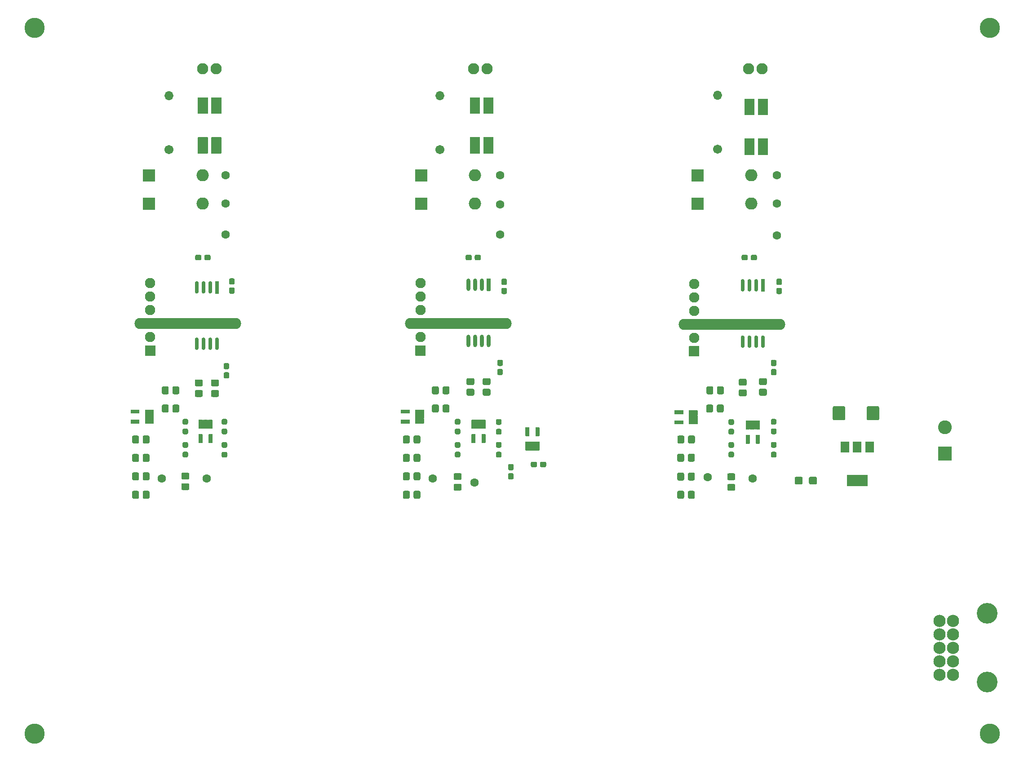
<source format=gbr>
%TF.GenerationSoftware,KiCad,Pcbnew,5.1.10-88a1d61d58~88~ubuntu20.04.1*%
%TF.CreationDate,2021-06-08T11:44:55+07:00*%
%TF.ProjectId,Analog_decoupling,416e616c-6f67-45f6-9465-636f75706c69,rev?*%
%TF.SameCoordinates,Original*%
%TF.FileFunction,Soldermask,Top*%
%TF.FilePolarity,Negative*%
%FSLAX46Y46*%
G04 Gerber Fmt 4.6, Leading zero omitted, Abs format (unit mm)*
G04 Created by KiCad (PCBNEW 5.1.10-88a1d61d58~88~ubuntu20.04.1) date 2021-06-08 11:44:55*
%MOMM*%
%LPD*%
G01*
G04 APERTURE LIST*
%ADD10C,1.952000*%
%ADD11O,20.102000X2.102000*%
%ADD12C,3.902000*%
%ADD13C,2.702000*%
%ADD14C,1.602000*%
%ADD15O,1.702000X1.702000*%
%ADD16C,1.702000*%
%ADD17C,2.602000*%
%ADD18C,2.302000*%
%ADD19C,2.122000*%
%ADD20O,2.302000X2.302000*%
%ADD21C,3.802000*%
%ADD22C,0.100000*%
G04 APERTURE END LIST*
%TO.C,U9*%
G36*
G01*
X204724000Y-113723559D02*
X204724000Y-113723559D01*
G75*
G02*
X205086066Y-114085625I0J-362066D01*
G01*
X205086066Y-115717421D01*
G75*
G02*
X204724000Y-116079487I-362066J0D01*
G01*
X204724000Y-116079487D01*
G75*
G02*
X204361934Y-115717421I0J362066D01*
G01*
X204361934Y-114085625D01*
G75*
G02*
X204724000Y-113723559I362066J0D01*
G01*
G37*
G36*
G01*
X203454000Y-113723559D02*
X203454000Y-113723559D01*
G75*
G02*
X203816066Y-114085625I0J-362066D01*
G01*
X203816066Y-115717421D01*
G75*
G02*
X203454000Y-116079487I-362066J0D01*
G01*
X203454000Y-116079487D01*
G75*
G02*
X203091934Y-115717421I0J362066D01*
G01*
X203091934Y-114085625D01*
G75*
G02*
X203454000Y-113723559I362066J0D01*
G01*
G37*
G36*
G01*
X202184000Y-113723559D02*
X202184000Y-113723559D01*
G75*
G02*
X202546066Y-114085625I0J-362066D01*
G01*
X202546066Y-115717421D01*
G75*
G02*
X202184000Y-116079487I-362066J0D01*
G01*
X202184000Y-116079487D01*
G75*
G02*
X201821934Y-115717421I0J362066D01*
G01*
X201821934Y-114085625D01*
G75*
G02*
X202184000Y-113723559I362066J0D01*
G01*
G37*
G36*
G01*
X200914000Y-113723559D02*
X200914000Y-113723559D01*
G75*
G02*
X201276066Y-114085625I0J-362066D01*
G01*
X201276066Y-115717421D01*
G75*
G02*
X200914000Y-116079487I-362066J0D01*
G01*
X200914000Y-116079487D01*
G75*
G02*
X200551934Y-115717421I0J362066D01*
G01*
X200551934Y-114085625D01*
G75*
G02*
X200914000Y-113723559I362066J0D01*
G01*
G37*
G36*
G01*
X200914000Y-103122513D02*
X200914000Y-103122513D01*
G75*
G02*
X201276066Y-103484579I0J-362066D01*
G01*
X201276066Y-105116375D01*
G75*
G02*
X200914000Y-105478441I-362066J0D01*
G01*
X200914000Y-105478441D01*
G75*
G02*
X200551934Y-105116375I0J362066D01*
G01*
X200551934Y-103484579D01*
G75*
G02*
X200914000Y-103122513I362066J0D01*
G01*
G37*
G36*
G01*
X202184000Y-103122513D02*
X202184000Y-103122513D01*
G75*
G02*
X202546066Y-103484579I0J-362066D01*
G01*
X202546066Y-105116375D01*
G75*
G02*
X202184000Y-105478441I-362066J0D01*
G01*
X202184000Y-105478441D01*
G75*
G02*
X201821934Y-105116375I0J362066D01*
G01*
X201821934Y-103484579D01*
G75*
G02*
X202184000Y-103122513I362066J0D01*
G01*
G37*
G36*
G01*
X203454000Y-103122513D02*
X203454000Y-103122513D01*
G75*
G02*
X203816066Y-103484579I0J-362066D01*
G01*
X203816066Y-105116375D01*
G75*
G02*
X203454000Y-105478441I-362066J0D01*
G01*
X203454000Y-105478441D01*
G75*
G02*
X203091934Y-105116375I0J362066D01*
G01*
X203091934Y-103484579D01*
G75*
G02*
X203454000Y-103122513I362066J0D01*
G01*
G37*
G36*
G01*
X204412934Y-103122513D02*
X205035066Y-103122513D01*
G75*
G02*
X205086066Y-103173513I0J-51000D01*
G01*
X205086066Y-105427441D01*
G75*
G02*
X205035066Y-105478441I-51000J0D01*
G01*
X204412934Y-105478441D01*
G75*
G02*
X204361934Y-105427441I0J51000D01*
G01*
X204361934Y-103173513D01*
G75*
G02*
X204412934Y-103122513I51000J0D01*
G01*
G37*
%TD*%
D10*
%TO.C,PS3*%
X191770000Y-104013000D03*
X191770000Y-106553000D03*
X191770000Y-109093000D03*
X191770000Y-114173000D03*
G36*
G01*
X192746000Y-115788000D02*
X192746000Y-117638000D01*
G75*
G02*
X192695000Y-117689000I-51000J0D01*
G01*
X190845000Y-117689000D01*
G75*
G02*
X190794000Y-117638000I0J51000D01*
G01*
X190794000Y-115788000D01*
G75*
G02*
X190845000Y-115737000I51000J0D01*
G01*
X192695000Y-115737000D01*
G75*
G02*
X192746000Y-115788000I0J-51000D01*
G01*
G37*
%TD*%
%TO.C,U5*%
G36*
G01*
X153035000Y-113596559D02*
X153035000Y-113596559D01*
G75*
G02*
X153397066Y-113958625I0J-362066D01*
G01*
X153397066Y-115590421D01*
G75*
G02*
X153035000Y-115952487I-362066J0D01*
G01*
X153035000Y-115952487D01*
G75*
G02*
X152672934Y-115590421I0J362066D01*
G01*
X152672934Y-113958625D01*
G75*
G02*
X153035000Y-113596559I362066J0D01*
G01*
G37*
G36*
G01*
X151765000Y-113596559D02*
X151765000Y-113596559D01*
G75*
G02*
X152127066Y-113958625I0J-362066D01*
G01*
X152127066Y-115590421D01*
G75*
G02*
X151765000Y-115952487I-362066J0D01*
G01*
X151765000Y-115952487D01*
G75*
G02*
X151402934Y-115590421I0J362066D01*
G01*
X151402934Y-113958625D01*
G75*
G02*
X151765000Y-113596559I362066J0D01*
G01*
G37*
G36*
G01*
X150495000Y-113596559D02*
X150495000Y-113596559D01*
G75*
G02*
X150857066Y-113958625I0J-362066D01*
G01*
X150857066Y-115590421D01*
G75*
G02*
X150495000Y-115952487I-362066J0D01*
G01*
X150495000Y-115952487D01*
G75*
G02*
X150132934Y-115590421I0J362066D01*
G01*
X150132934Y-113958625D01*
G75*
G02*
X150495000Y-113596559I362066J0D01*
G01*
G37*
G36*
G01*
X149225000Y-113596559D02*
X149225000Y-113596559D01*
G75*
G02*
X149587066Y-113958625I0J-362066D01*
G01*
X149587066Y-115590421D01*
G75*
G02*
X149225000Y-115952487I-362066J0D01*
G01*
X149225000Y-115952487D01*
G75*
G02*
X148862934Y-115590421I0J362066D01*
G01*
X148862934Y-113958625D01*
G75*
G02*
X149225000Y-113596559I362066J0D01*
G01*
G37*
G36*
G01*
X149225000Y-102995513D02*
X149225000Y-102995513D01*
G75*
G02*
X149587066Y-103357579I0J-362066D01*
G01*
X149587066Y-104989375D01*
G75*
G02*
X149225000Y-105351441I-362066J0D01*
G01*
X149225000Y-105351441D01*
G75*
G02*
X148862934Y-104989375I0J362066D01*
G01*
X148862934Y-103357579D01*
G75*
G02*
X149225000Y-102995513I362066J0D01*
G01*
G37*
G36*
G01*
X150495000Y-102995513D02*
X150495000Y-102995513D01*
G75*
G02*
X150857066Y-103357579I0J-362066D01*
G01*
X150857066Y-104989375D01*
G75*
G02*
X150495000Y-105351441I-362066J0D01*
G01*
X150495000Y-105351441D01*
G75*
G02*
X150132934Y-104989375I0J362066D01*
G01*
X150132934Y-103357579D01*
G75*
G02*
X150495000Y-102995513I362066J0D01*
G01*
G37*
G36*
G01*
X151765000Y-102995513D02*
X151765000Y-102995513D01*
G75*
G02*
X152127066Y-103357579I0J-362066D01*
G01*
X152127066Y-104989375D01*
G75*
G02*
X151765000Y-105351441I-362066J0D01*
G01*
X151765000Y-105351441D01*
G75*
G02*
X151402934Y-104989375I0J362066D01*
G01*
X151402934Y-103357579D01*
G75*
G02*
X151765000Y-102995513I362066J0D01*
G01*
G37*
G36*
G01*
X152723934Y-102995513D02*
X153346066Y-102995513D01*
G75*
G02*
X153397066Y-103046513I0J-51000D01*
G01*
X153397066Y-105300441D01*
G75*
G02*
X153346066Y-105351441I-51000J0D01*
G01*
X152723934Y-105351441D01*
G75*
G02*
X152672934Y-105300441I0J51000D01*
G01*
X152672934Y-103046513D01*
G75*
G02*
X152723934Y-102995513I51000J0D01*
G01*
G37*
%TD*%
%TO.C,PS2*%
X140208000Y-103886000D03*
X140208000Y-106426000D03*
X140208000Y-108966000D03*
X140208000Y-114046000D03*
G36*
G01*
X141184000Y-115661000D02*
X141184000Y-117511000D01*
G75*
G02*
X141133000Y-117562000I-51000J0D01*
G01*
X139283000Y-117562000D01*
G75*
G02*
X139232000Y-117511000I0J51000D01*
G01*
X139232000Y-115661000D01*
G75*
G02*
X139283000Y-115610000I51000J0D01*
G01*
X141133000Y-115610000D01*
G75*
G02*
X141184000Y-115661000I0J-51000D01*
G01*
G37*
%TD*%
D11*
%TO.C,REF\u002A\u002A*%
X198882000Y-111633000D03*
%TD*%
%TO.C,REF\u002A\u002A*%
X147320000Y-111506000D03*
%TD*%
%TO.C,U2*%
G36*
G01*
X101854000Y-114104559D02*
X101854000Y-114104559D01*
G75*
G02*
X102216066Y-114466625I0J-362066D01*
G01*
X102216066Y-116098421D01*
G75*
G02*
X101854000Y-116460487I-362066J0D01*
G01*
X101854000Y-116460487D01*
G75*
G02*
X101491934Y-116098421I0J362066D01*
G01*
X101491934Y-114466625D01*
G75*
G02*
X101854000Y-114104559I362066J0D01*
G01*
G37*
G36*
G01*
X100584000Y-114104559D02*
X100584000Y-114104559D01*
G75*
G02*
X100946066Y-114466625I0J-362066D01*
G01*
X100946066Y-116098421D01*
G75*
G02*
X100584000Y-116460487I-362066J0D01*
G01*
X100584000Y-116460487D01*
G75*
G02*
X100221934Y-116098421I0J362066D01*
G01*
X100221934Y-114466625D01*
G75*
G02*
X100584000Y-114104559I362066J0D01*
G01*
G37*
G36*
G01*
X99314000Y-114104559D02*
X99314000Y-114104559D01*
G75*
G02*
X99676066Y-114466625I0J-362066D01*
G01*
X99676066Y-116098421D01*
G75*
G02*
X99314000Y-116460487I-362066J0D01*
G01*
X99314000Y-116460487D01*
G75*
G02*
X98951934Y-116098421I0J362066D01*
G01*
X98951934Y-114466625D01*
G75*
G02*
X99314000Y-114104559I362066J0D01*
G01*
G37*
G36*
G01*
X98044000Y-114104559D02*
X98044000Y-114104559D01*
G75*
G02*
X98406066Y-114466625I0J-362066D01*
G01*
X98406066Y-116098421D01*
G75*
G02*
X98044000Y-116460487I-362066J0D01*
G01*
X98044000Y-116460487D01*
G75*
G02*
X97681934Y-116098421I0J362066D01*
G01*
X97681934Y-114466625D01*
G75*
G02*
X98044000Y-114104559I362066J0D01*
G01*
G37*
G36*
G01*
X98044000Y-103503513D02*
X98044000Y-103503513D01*
G75*
G02*
X98406066Y-103865579I0J-362066D01*
G01*
X98406066Y-105497375D01*
G75*
G02*
X98044000Y-105859441I-362066J0D01*
G01*
X98044000Y-105859441D01*
G75*
G02*
X97681934Y-105497375I0J362066D01*
G01*
X97681934Y-103865579D01*
G75*
G02*
X98044000Y-103503513I362066J0D01*
G01*
G37*
G36*
G01*
X99314000Y-103503513D02*
X99314000Y-103503513D01*
G75*
G02*
X99676066Y-103865579I0J-362066D01*
G01*
X99676066Y-105497375D01*
G75*
G02*
X99314000Y-105859441I-362066J0D01*
G01*
X99314000Y-105859441D01*
G75*
G02*
X98951934Y-105497375I0J362066D01*
G01*
X98951934Y-103865579D01*
G75*
G02*
X99314000Y-103503513I362066J0D01*
G01*
G37*
G36*
G01*
X100584000Y-103503513D02*
X100584000Y-103503513D01*
G75*
G02*
X100946066Y-103865579I0J-362066D01*
G01*
X100946066Y-105497375D01*
G75*
G02*
X100584000Y-105859441I-362066J0D01*
G01*
X100584000Y-105859441D01*
G75*
G02*
X100221934Y-105497375I0J362066D01*
G01*
X100221934Y-103865579D01*
G75*
G02*
X100584000Y-103503513I362066J0D01*
G01*
G37*
G36*
G01*
X101542934Y-103503513D02*
X102165066Y-103503513D01*
G75*
G02*
X102216066Y-103554513I0J-51000D01*
G01*
X102216066Y-105808441D01*
G75*
G02*
X102165066Y-105859441I-51000J0D01*
G01*
X101542934Y-105859441D01*
G75*
G02*
X101491934Y-105808441I0J51000D01*
G01*
X101491934Y-103554513D01*
G75*
G02*
X101542934Y-103503513I51000J0D01*
G01*
G37*
%TD*%
D10*
%TO.C,PS1*%
X89281000Y-103886000D03*
X89281000Y-106426000D03*
X89281000Y-108966000D03*
X89281000Y-114046000D03*
G36*
G01*
X90257000Y-115661000D02*
X90257000Y-117511000D01*
G75*
G02*
X90206000Y-117562000I-51000J0D01*
G01*
X88356000Y-117562000D01*
G75*
G02*
X88305000Y-117511000I0J51000D01*
G01*
X88305000Y-115661000D01*
G75*
G02*
X88356000Y-115610000I51000J0D01*
G01*
X90206000Y-115610000D01*
G75*
G02*
X90257000Y-115661000I0J-51000D01*
G01*
G37*
%TD*%
D11*
%TO.C,REF\u002A\u002A*%
X96393000Y-111506000D03*
%TD*%
D12*
%TO.C,REF\u002A\u002A*%
X247015000Y-166116000D03*
D13*
X247015000Y-166116000D03*
%TD*%
D12*
%TO.C,REF\u002A\u002A*%
X247015000Y-179070000D03*
D13*
X247015000Y-179070000D03*
%TD*%
%TO.C,U11*%
G36*
G01*
X189727000Y-129783999D02*
X189727000Y-130434001D01*
G75*
G02*
X189676001Y-130485000I-50999J0D01*
G01*
X188115999Y-130485000D01*
G75*
G02*
X188065000Y-130434001I0J50999D01*
G01*
X188065000Y-129783999D01*
G75*
G02*
X188115999Y-129733000I50999J0D01*
G01*
X189676001Y-129733000D01*
G75*
G02*
X189727000Y-129783999I0J-50999D01*
G01*
G37*
G36*
G01*
X189727000Y-127883999D02*
X189727000Y-128534001D01*
G75*
G02*
X189676001Y-128585000I-50999J0D01*
G01*
X188115999Y-128585000D01*
G75*
G02*
X188065000Y-128534001I0J50999D01*
G01*
X188065000Y-127883999D01*
G75*
G02*
X188115999Y-127833000I50999J0D01*
G01*
X189676001Y-127833000D01*
G75*
G02*
X189727000Y-127883999I0J-50999D01*
G01*
G37*
G36*
G01*
X192427000Y-127883999D02*
X192427000Y-128534001D01*
G75*
G02*
X192376001Y-128585000I-50999J0D01*
G01*
X190815999Y-128585000D01*
G75*
G02*
X190765000Y-128534001I0J50999D01*
G01*
X190765000Y-127883999D01*
G75*
G02*
X190815999Y-127833000I50999J0D01*
G01*
X192376001Y-127833000D01*
G75*
G02*
X192427000Y-127883999I0J-50999D01*
G01*
G37*
G36*
G01*
X192427000Y-128833999D02*
X192427000Y-129484001D01*
G75*
G02*
X192376001Y-129535000I-50999J0D01*
G01*
X190815999Y-129535000D01*
G75*
G02*
X190765000Y-129484001I0J50999D01*
G01*
X190765000Y-128833999D01*
G75*
G02*
X190815999Y-128783000I50999J0D01*
G01*
X192376001Y-128783000D01*
G75*
G02*
X192427000Y-128833999I0J-50999D01*
G01*
G37*
G36*
G01*
X192427000Y-129783999D02*
X192427000Y-130434001D01*
G75*
G02*
X192376001Y-130485000I-50999J0D01*
G01*
X190815999Y-130485000D01*
G75*
G02*
X190765000Y-130434001I0J50999D01*
G01*
X190765000Y-129783999D01*
G75*
G02*
X190815999Y-129733000I50999J0D01*
G01*
X192376001Y-129733000D01*
G75*
G02*
X192427000Y-129783999I0J-50999D01*
G01*
G37*
%TD*%
%TO.C,U10*%
G36*
G01*
X203443999Y-132472000D02*
X204094001Y-132472000D01*
G75*
G02*
X204145000Y-132522999I0J-50999D01*
G01*
X204145000Y-134083001D01*
G75*
G02*
X204094001Y-134134000I-50999J0D01*
G01*
X203443999Y-134134000D01*
G75*
G02*
X203393000Y-134083001I0J50999D01*
G01*
X203393000Y-132522999D01*
G75*
G02*
X203443999Y-132472000I50999J0D01*
G01*
G37*
G36*
G01*
X201543999Y-132472000D02*
X202194001Y-132472000D01*
G75*
G02*
X202245000Y-132522999I0J-50999D01*
G01*
X202245000Y-134083001D01*
G75*
G02*
X202194001Y-134134000I-50999J0D01*
G01*
X201543999Y-134134000D01*
G75*
G02*
X201493000Y-134083001I0J50999D01*
G01*
X201493000Y-132522999D01*
G75*
G02*
X201543999Y-132472000I50999J0D01*
G01*
G37*
G36*
G01*
X201543999Y-129772000D02*
X202194001Y-129772000D01*
G75*
G02*
X202245000Y-129822999I0J-50999D01*
G01*
X202245000Y-131383001D01*
G75*
G02*
X202194001Y-131434000I-50999J0D01*
G01*
X201543999Y-131434000D01*
G75*
G02*
X201493000Y-131383001I0J50999D01*
G01*
X201493000Y-129822999D01*
G75*
G02*
X201543999Y-129772000I50999J0D01*
G01*
G37*
G36*
G01*
X202493999Y-129772000D02*
X203144001Y-129772000D01*
G75*
G02*
X203195000Y-129822999I0J-50999D01*
G01*
X203195000Y-131383001D01*
G75*
G02*
X203144001Y-131434000I-50999J0D01*
G01*
X202493999Y-131434000D01*
G75*
G02*
X202443000Y-131383001I0J50999D01*
G01*
X202443000Y-129822999D01*
G75*
G02*
X202493999Y-129772000I50999J0D01*
G01*
G37*
G36*
G01*
X203443999Y-129772000D02*
X204094001Y-129772000D01*
G75*
G02*
X204145000Y-129822999I0J-50999D01*
G01*
X204145000Y-131383001D01*
G75*
G02*
X204094001Y-131434000I-50999J0D01*
G01*
X203443999Y-131434000D01*
G75*
G02*
X203393000Y-131383001I0J50999D01*
G01*
X203393000Y-129822999D01*
G75*
G02*
X203443999Y-129772000I50999J0D01*
G01*
G37*
%TD*%
%TO.C,U8*%
G36*
G01*
X160665001Y-132704000D02*
X160014999Y-132704000D01*
G75*
G02*
X159964000Y-132653001I0J50999D01*
G01*
X159964000Y-131092999D01*
G75*
G02*
X160014999Y-131042000I50999J0D01*
G01*
X160665001Y-131042000D01*
G75*
G02*
X160716000Y-131092999I0J-50999D01*
G01*
X160716000Y-132653001D01*
G75*
G02*
X160665001Y-132704000I-50999J0D01*
G01*
G37*
G36*
G01*
X162565001Y-132704000D02*
X161914999Y-132704000D01*
G75*
G02*
X161864000Y-132653001I0J50999D01*
G01*
X161864000Y-131092999D01*
G75*
G02*
X161914999Y-131042000I50999J0D01*
G01*
X162565001Y-131042000D01*
G75*
G02*
X162616000Y-131092999I0J-50999D01*
G01*
X162616000Y-132653001D01*
G75*
G02*
X162565001Y-132704000I-50999J0D01*
G01*
G37*
G36*
G01*
X162565001Y-135404000D02*
X161914999Y-135404000D01*
G75*
G02*
X161864000Y-135353001I0J50999D01*
G01*
X161864000Y-133792999D01*
G75*
G02*
X161914999Y-133742000I50999J0D01*
G01*
X162565001Y-133742000D01*
G75*
G02*
X162616000Y-133792999I0J-50999D01*
G01*
X162616000Y-135353001D01*
G75*
G02*
X162565001Y-135404000I-50999J0D01*
G01*
G37*
G36*
G01*
X161615001Y-135404000D02*
X160964999Y-135404000D01*
G75*
G02*
X160914000Y-135353001I0J50999D01*
G01*
X160914000Y-133792999D01*
G75*
G02*
X160964999Y-133742000I50999J0D01*
G01*
X161615001Y-133742000D01*
G75*
G02*
X161666000Y-133792999I0J-50999D01*
G01*
X161666000Y-135353001D01*
G75*
G02*
X161615001Y-135404000I-50999J0D01*
G01*
G37*
G36*
G01*
X160665001Y-135404000D02*
X160014999Y-135404000D01*
G75*
G02*
X159964000Y-135353001I0J50999D01*
G01*
X159964000Y-133792999D01*
G75*
G02*
X160014999Y-133742000I50999J0D01*
G01*
X160665001Y-133742000D01*
G75*
G02*
X160716000Y-133792999I0J-50999D01*
G01*
X160716000Y-135353001D01*
G75*
G02*
X160665001Y-135404000I-50999J0D01*
G01*
G37*
%TD*%
%TO.C,U7*%
G36*
G01*
X138165000Y-129656999D02*
X138165000Y-130307001D01*
G75*
G02*
X138114001Y-130358000I-50999J0D01*
G01*
X136553999Y-130358000D01*
G75*
G02*
X136503000Y-130307001I0J50999D01*
G01*
X136503000Y-129656999D01*
G75*
G02*
X136553999Y-129606000I50999J0D01*
G01*
X138114001Y-129606000D01*
G75*
G02*
X138165000Y-129656999I0J-50999D01*
G01*
G37*
G36*
G01*
X138165000Y-127756999D02*
X138165000Y-128407001D01*
G75*
G02*
X138114001Y-128458000I-50999J0D01*
G01*
X136553999Y-128458000D01*
G75*
G02*
X136503000Y-128407001I0J50999D01*
G01*
X136503000Y-127756999D01*
G75*
G02*
X136553999Y-127706000I50999J0D01*
G01*
X138114001Y-127706000D01*
G75*
G02*
X138165000Y-127756999I0J-50999D01*
G01*
G37*
G36*
G01*
X140865000Y-127756999D02*
X140865000Y-128407001D01*
G75*
G02*
X140814001Y-128458000I-50999J0D01*
G01*
X139253999Y-128458000D01*
G75*
G02*
X139203000Y-128407001I0J50999D01*
G01*
X139203000Y-127756999D01*
G75*
G02*
X139253999Y-127706000I50999J0D01*
G01*
X140814001Y-127706000D01*
G75*
G02*
X140865000Y-127756999I0J-50999D01*
G01*
G37*
G36*
G01*
X140865000Y-128706999D02*
X140865000Y-129357001D01*
G75*
G02*
X140814001Y-129408000I-50999J0D01*
G01*
X139253999Y-129408000D01*
G75*
G02*
X139203000Y-129357001I0J50999D01*
G01*
X139203000Y-128706999D01*
G75*
G02*
X139253999Y-128656000I50999J0D01*
G01*
X140814001Y-128656000D01*
G75*
G02*
X140865000Y-128706999I0J-50999D01*
G01*
G37*
G36*
G01*
X140865000Y-129656999D02*
X140865000Y-130307001D01*
G75*
G02*
X140814001Y-130358000I-50999J0D01*
G01*
X139253999Y-130358000D01*
G75*
G02*
X139203000Y-130307001I0J50999D01*
G01*
X139203000Y-129656999D01*
G75*
G02*
X139253999Y-129606000I50999J0D01*
G01*
X140814001Y-129606000D01*
G75*
G02*
X140865000Y-129656999I0J-50999D01*
G01*
G37*
%TD*%
%TO.C,U6*%
G36*
G01*
X151754999Y-132345000D02*
X152405001Y-132345000D01*
G75*
G02*
X152456000Y-132395999I0J-50999D01*
G01*
X152456000Y-133956001D01*
G75*
G02*
X152405001Y-134007000I-50999J0D01*
G01*
X151754999Y-134007000D01*
G75*
G02*
X151704000Y-133956001I0J50999D01*
G01*
X151704000Y-132395999D01*
G75*
G02*
X151754999Y-132345000I50999J0D01*
G01*
G37*
G36*
G01*
X149854999Y-132345000D02*
X150505001Y-132345000D01*
G75*
G02*
X150556000Y-132395999I0J-50999D01*
G01*
X150556000Y-133956001D01*
G75*
G02*
X150505001Y-134007000I-50999J0D01*
G01*
X149854999Y-134007000D01*
G75*
G02*
X149804000Y-133956001I0J50999D01*
G01*
X149804000Y-132395999D01*
G75*
G02*
X149854999Y-132345000I50999J0D01*
G01*
G37*
G36*
G01*
X149854999Y-129645000D02*
X150505001Y-129645000D01*
G75*
G02*
X150556000Y-129695999I0J-50999D01*
G01*
X150556000Y-131256001D01*
G75*
G02*
X150505001Y-131307000I-50999J0D01*
G01*
X149854999Y-131307000D01*
G75*
G02*
X149804000Y-131256001I0J50999D01*
G01*
X149804000Y-129695999D01*
G75*
G02*
X149854999Y-129645000I50999J0D01*
G01*
G37*
G36*
G01*
X150804999Y-129645000D02*
X151455001Y-129645000D01*
G75*
G02*
X151506000Y-129695999I0J-50999D01*
G01*
X151506000Y-131256001D01*
G75*
G02*
X151455001Y-131307000I-50999J0D01*
G01*
X150804999Y-131307000D01*
G75*
G02*
X150754000Y-131256001I0J50999D01*
G01*
X150754000Y-129695999D01*
G75*
G02*
X150804999Y-129645000I50999J0D01*
G01*
G37*
G36*
G01*
X151754999Y-129645000D02*
X152405001Y-129645000D01*
G75*
G02*
X152456000Y-129695999I0J-50999D01*
G01*
X152456000Y-131256001D01*
G75*
G02*
X152405001Y-131307000I-50999J0D01*
G01*
X151754999Y-131307000D01*
G75*
G02*
X151704000Y-131256001I0J50999D01*
G01*
X151704000Y-129695999D01*
G75*
G02*
X151754999Y-129645000I50999J0D01*
G01*
G37*
%TD*%
%TO.C,U4*%
G36*
G01*
X87238000Y-129656999D02*
X87238000Y-130307001D01*
G75*
G02*
X87187001Y-130358000I-50999J0D01*
G01*
X85626999Y-130358000D01*
G75*
G02*
X85576000Y-130307001I0J50999D01*
G01*
X85576000Y-129656999D01*
G75*
G02*
X85626999Y-129606000I50999J0D01*
G01*
X87187001Y-129606000D01*
G75*
G02*
X87238000Y-129656999I0J-50999D01*
G01*
G37*
G36*
G01*
X87238000Y-127756999D02*
X87238000Y-128407001D01*
G75*
G02*
X87187001Y-128458000I-50999J0D01*
G01*
X85626999Y-128458000D01*
G75*
G02*
X85576000Y-128407001I0J50999D01*
G01*
X85576000Y-127756999D01*
G75*
G02*
X85626999Y-127706000I50999J0D01*
G01*
X87187001Y-127706000D01*
G75*
G02*
X87238000Y-127756999I0J-50999D01*
G01*
G37*
G36*
G01*
X89938000Y-127756999D02*
X89938000Y-128407001D01*
G75*
G02*
X89887001Y-128458000I-50999J0D01*
G01*
X88326999Y-128458000D01*
G75*
G02*
X88276000Y-128407001I0J50999D01*
G01*
X88276000Y-127756999D01*
G75*
G02*
X88326999Y-127706000I50999J0D01*
G01*
X89887001Y-127706000D01*
G75*
G02*
X89938000Y-127756999I0J-50999D01*
G01*
G37*
G36*
G01*
X89938000Y-128706999D02*
X89938000Y-129357001D01*
G75*
G02*
X89887001Y-129408000I-50999J0D01*
G01*
X88326999Y-129408000D01*
G75*
G02*
X88276000Y-129357001I0J50999D01*
G01*
X88276000Y-128706999D01*
G75*
G02*
X88326999Y-128656000I50999J0D01*
G01*
X89887001Y-128656000D01*
G75*
G02*
X89938000Y-128706999I0J-50999D01*
G01*
G37*
G36*
G01*
X89938000Y-129656999D02*
X89938000Y-130307001D01*
G75*
G02*
X89887001Y-130358000I-50999J0D01*
G01*
X88326999Y-130358000D01*
G75*
G02*
X88276000Y-130307001I0J50999D01*
G01*
X88276000Y-129656999D01*
G75*
G02*
X88326999Y-129606000I50999J0D01*
G01*
X89887001Y-129606000D01*
G75*
G02*
X89938000Y-129656999I0J-50999D01*
G01*
G37*
%TD*%
%TO.C,U3*%
G36*
G01*
X100319999Y-132345000D02*
X100970001Y-132345000D01*
G75*
G02*
X101021000Y-132395999I0J-50999D01*
G01*
X101021000Y-133956001D01*
G75*
G02*
X100970001Y-134007000I-50999J0D01*
G01*
X100319999Y-134007000D01*
G75*
G02*
X100269000Y-133956001I0J50999D01*
G01*
X100269000Y-132395999D01*
G75*
G02*
X100319999Y-132345000I50999J0D01*
G01*
G37*
G36*
G01*
X98419999Y-132345000D02*
X99070001Y-132345000D01*
G75*
G02*
X99121000Y-132395999I0J-50999D01*
G01*
X99121000Y-133956001D01*
G75*
G02*
X99070001Y-134007000I-50999J0D01*
G01*
X98419999Y-134007000D01*
G75*
G02*
X98369000Y-133956001I0J50999D01*
G01*
X98369000Y-132395999D01*
G75*
G02*
X98419999Y-132345000I50999J0D01*
G01*
G37*
G36*
G01*
X98419999Y-129645000D02*
X99070001Y-129645000D01*
G75*
G02*
X99121000Y-129695999I0J-50999D01*
G01*
X99121000Y-131256001D01*
G75*
G02*
X99070001Y-131307000I-50999J0D01*
G01*
X98419999Y-131307000D01*
G75*
G02*
X98369000Y-131256001I0J50999D01*
G01*
X98369000Y-129695999D01*
G75*
G02*
X98419999Y-129645000I50999J0D01*
G01*
G37*
G36*
G01*
X99369999Y-129645000D02*
X100020001Y-129645000D01*
G75*
G02*
X100071000Y-129695999I0J-50999D01*
G01*
X100071000Y-131256001D01*
G75*
G02*
X100020001Y-131307000I-50999J0D01*
G01*
X99369999Y-131307000D01*
G75*
G02*
X99319000Y-131256001I0J50999D01*
G01*
X99319000Y-129695999D01*
G75*
G02*
X99369999Y-129645000I50999J0D01*
G01*
G37*
G36*
G01*
X100319999Y-129645000D02*
X100970001Y-129645000D01*
G75*
G02*
X101021000Y-129695999I0J-50999D01*
G01*
X101021000Y-131256001D01*
G75*
G02*
X100970001Y-131307000I-50999J0D01*
G01*
X100319999Y-131307000D01*
G75*
G02*
X100269000Y-131256001I0J50999D01*
G01*
X100269000Y-129695999D01*
G75*
G02*
X100319999Y-129645000I50999J0D01*
G01*
G37*
%TD*%
%TO.C,U1*%
G36*
G01*
X224054000Y-133721000D02*
X225554000Y-133721000D01*
G75*
G02*
X225605000Y-133772000I0J-51000D01*
G01*
X225605000Y-135772000D01*
G75*
G02*
X225554000Y-135823000I-51000J0D01*
G01*
X224054000Y-135823000D01*
G75*
G02*
X224003000Y-135772000I0J51000D01*
G01*
X224003000Y-133772000D01*
G75*
G02*
X224054000Y-133721000I51000J0D01*
G01*
G37*
G36*
G01*
X219454000Y-133721000D02*
X220954000Y-133721000D01*
G75*
G02*
X221005000Y-133772000I0J-51000D01*
G01*
X221005000Y-135772000D01*
G75*
G02*
X220954000Y-135823000I-51000J0D01*
G01*
X219454000Y-135823000D01*
G75*
G02*
X219403000Y-135772000I0J51000D01*
G01*
X219403000Y-133772000D01*
G75*
G02*
X219454000Y-133721000I51000J0D01*
G01*
G37*
G36*
G01*
X221754000Y-133721000D02*
X223254000Y-133721000D01*
G75*
G02*
X223305000Y-133772000I0J-51000D01*
G01*
X223305000Y-135772000D01*
G75*
G02*
X223254000Y-135823000I-51000J0D01*
G01*
X221754000Y-135823000D01*
G75*
G02*
X221703000Y-135772000I0J51000D01*
G01*
X221703000Y-133772000D01*
G75*
G02*
X221754000Y-133721000I51000J0D01*
G01*
G37*
G36*
G01*
X220604000Y-140021000D02*
X224404000Y-140021000D01*
G75*
G02*
X224455000Y-140072000I0J-51000D01*
G01*
X224455000Y-142072000D01*
G75*
G02*
X224404000Y-142123000I-51000J0D01*
G01*
X220604000Y-142123000D01*
G75*
G02*
X220553000Y-142072000I0J51000D01*
G01*
X220553000Y-140072000D01*
G75*
G02*
X220604000Y-140021000I51000J0D01*
G01*
G37*
%TD*%
D14*
%TO.C,TP15*%
X194310000Y-140462000D03*
%TD*%
%TO.C,TP14*%
X202819000Y-140716000D03*
%TD*%
%TO.C,TP13*%
X207391000Y-88900000D03*
%TD*%
%TO.C,TP12*%
X207391000Y-83566000D03*
%TD*%
%TO.C,TP11*%
X207391000Y-94869000D03*
%TD*%
%TO.C,TP10*%
X142494000Y-140716000D03*
%TD*%
%TO.C,TP9*%
X150368000Y-141478000D03*
%TD*%
%TO.C,TP8*%
X155194000Y-89027000D03*
%TD*%
%TO.C,TP7*%
X155194000Y-83566000D03*
%TD*%
%TO.C,TP6*%
X155194000Y-94742000D03*
%TD*%
%TO.C,TP5*%
X91440000Y-140716000D03*
%TD*%
%TO.C,TP4*%
X99949000Y-140716000D03*
%TD*%
%TO.C,TP3*%
X103505000Y-88900000D03*
%TD*%
%TO.C,TP2*%
X103505000Y-83566000D03*
%TD*%
%TO.C,TP1*%
X103505000Y-94742000D03*
%TD*%
%TO.C,R42*%
G36*
G01*
X190579000Y-137258752D02*
X190579000Y-136299248D01*
G75*
G02*
X190850248Y-136028000I271248J0D01*
G01*
X191609752Y-136028000D01*
G75*
G02*
X191881000Y-136299248I0J-271248D01*
G01*
X191881000Y-137258752D01*
G75*
G02*
X191609752Y-137530000I-271248J0D01*
G01*
X190850248Y-137530000D01*
G75*
G02*
X190579000Y-137258752I0J271248D01*
G01*
G37*
G36*
G01*
X188579000Y-137258752D02*
X188579000Y-136299248D01*
G75*
G02*
X188850248Y-136028000I271248J0D01*
G01*
X189609752Y-136028000D01*
G75*
G02*
X189881000Y-136299248I0J-271248D01*
G01*
X189881000Y-137258752D01*
G75*
G02*
X189609752Y-137530000I-271248J0D01*
G01*
X188850248Y-137530000D01*
G75*
G02*
X188579000Y-137258752I0J271248D01*
G01*
G37*
%TD*%
%TO.C,R41*%
G36*
G01*
X190579000Y-140814752D02*
X190579000Y-139855248D01*
G75*
G02*
X190850248Y-139584000I271248J0D01*
G01*
X191609752Y-139584000D01*
G75*
G02*
X191881000Y-139855248I0J-271248D01*
G01*
X191881000Y-140814752D01*
G75*
G02*
X191609752Y-141086000I-271248J0D01*
G01*
X190850248Y-141086000D01*
G75*
G02*
X190579000Y-140814752I0J271248D01*
G01*
G37*
G36*
G01*
X188579000Y-140814752D02*
X188579000Y-139855248D01*
G75*
G02*
X188850248Y-139584000I271248J0D01*
G01*
X189609752Y-139584000D01*
G75*
G02*
X189881000Y-139855248I0J-271248D01*
G01*
X189881000Y-140814752D01*
G75*
G02*
X189609752Y-141086000I-271248J0D01*
G01*
X188850248Y-141086000D01*
G75*
G02*
X188579000Y-140814752I0J271248D01*
G01*
G37*
%TD*%
%TO.C,R40*%
G36*
G01*
X190579000Y-144243752D02*
X190579000Y-143284248D01*
G75*
G02*
X190850248Y-143013000I271248J0D01*
G01*
X191609752Y-143013000D01*
G75*
G02*
X191881000Y-143284248I0J-271248D01*
G01*
X191881000Y-144243752D01*
G75*
G02*
X191609752Y-144515000I-271248J0D01*
G01*
X190850248Y-144515000D01*
G75*
G02*
X190579000Y-144243752I0J271248D01*
G01*
G37*
G36*
G01*
X188579000Y-144243752D02*
X188579000Y-143284248D01*
G75*
G02*
X188850248Y-143013000I271248J0D01*
G01*
X189609752Y-143013000D01*
G75*
G02*
X189881000Y-143284248I0J-271248D01*
G01*
X189881000Y-144243752D01*
G75*
G02*
X189609752Y-144515000I-271248J0D01*
G01*
X188850248Y-144515000D01*
G75*
G02*
X188579000Y-144243752I0J271248D01*
G01*
G37*
%TD*%
%TO.C,R39*%
G36*
G01*
X189913000Y-132870248D02*
X189913000Y-133829752D01*
G75*
G02*
X189641752Y-134101000I-271248J0D01*
G01*
X188882248Y-134101000D01*
G75*
G02*
X188611000Y-133829752I0J271248D01*
G01*
X188611000Y-132870248D01*
G75*
G02*
X188882248Y-132599000I271248J0D01*
G01*
X189641752Y-132599000D01*
G75*
G02*
X189913000Y-132870248I0J-271248D01*
G01*
G37*
G36*
G01*
X191913000Y-132870248D02*
X191913000Y-133829752D01*
G75*
G02*
X191641752Y-134101000I-271248J0D01*
G01*
X190882248Y-134101000D01*
G75*
G02*
X190611000Y-133829752I0J271248D01*
G01*
X190611000Y-132870248D01*
G75*
G02*
X190882248Y-132599000I271248J0D01*
G01*
X191641752Y-132599000D01*
G75*
G02*
X191913000Y-132870248I0J-271248D01*
G01*
G37*
%TD*%
%TO.C,R38*%
G36*
G01*
X198492000Y-131334500D02*
X199018000Y-131334500D01*
G75*
G02*
X199281000Y-131597500I0J-263000D01*
G01*
X199281000Y-132148500D01*
G75*
G02*
X199018000Y-132411500I-263000J0D01*
G01*
X198492000Y-132411500D01*
G75*
G02*
X198229000Y-132148500I0J263000D01*
G01*
X198229000Y-131597500D01*
G75*
G02*
X198492000Y-131334500I263000J0D01*
G01*
G37*
G36*
G01*
X198492000Y-129509500D02*
X199018000Y-129509500D01*
G75*
G02*
X199281000Y-129772500I0J-263000D01*
G01*
X199281000Y-130323500D01*
G75*
G02*
X199018000Y-130586500I-263000J0D01*
G01*
X198492000Y-130586500D01*
G75*
G02*
X198229000Y-130323500I0J263000D01*
G01*
X198229000Y-129772500D01*
G75*
G02*
X198492000Y-129509500I263000J0D01*
G01*
G37*
%TD*%
%TO.C,R37*%
G36*
G01*
X196072000Y-124558752D02*
X196072000Y-123599248D01*
G75*
G02*
X196343248Y-123328000I271248J0D01*
G01*
X197102752Y-123328000D01*
G75*
G02*
X197374000Y-123599248I0J-271248D01*
G01*
X197374000Y-124558752D01*
G75*
G02*
X197102752Y-124830000I-271248J0D01*
G01*
X196343248Y-124830000D01*
G75*
G02*
X196072000Y-124558752I0J271248D01*
G01*
G37*
G36*
G01*
X194072000Y-124558752D02*
X194072000Y-123599248D01*
G75*
G02*
X194343248Y-123328000I271248J0D01*
G01*
X195102752Y-123328000D01*
G75*
G02*
X195374000Y-123599248I0J-271248D01*
G01*
X195374000Y-124558752D01*
G75*
G02*
X195102752Y-124830000I-271248J0D01*
G01*
X194343248Y-124830000D01*
G75*
G02*
X194072000Y-124558752I0J271248D01*
G01*
G37*
%TD*%
%TO.C,R36*%
G36*
G01*
X196040000Y-127987752D02*
X196040000Y-127028248D01*
G75*
G02*
X196311248Y-126757000I271248J0D01*
G01*
X197070752Y-126757000D01*
G75*
G02*
X197342000Y-127028248I0J-271248D01*
G01*
X197342000Y-127987752D01*
G75*
G02*
X197070752Y-128259000I-271248J0D01*
G01*
X196311248Y-128259000D01*
G75*
G02*
X196040000Y-127987752I0J271248D01*
G01*
G37*
G36*
G01*
X194040000Y-127987752D02*
X194040000Y-127028248D01*
G75*
G02*
X194311248Y-126757000I271248J0D01*
G01*
X195070752Y-126757000D01*
G75*
G02*
X195342000Y-127028248I0J-271248D01*
G01*
X195342000Y-127987752D01*
G75*
G02*
X195070752Y-128259000I-271248J0D01*
G01*
X194311248Y-128259000D01*
G75*
G02*
X194040000Y-127987752I0J271248D01*
G01*
G37*
%TD*%
%TO.C,R35*%
G36*
G01*
X199018000Y-134904500D02*
X198492000Y-134904500D01*
G75*
G02*
X198229000Y-134641500I0J263000D01*
G01*
X198229000Y-134090500D01*
G75*
G02*
X198492000Y-133827500I263000J0D01*
G01*
X199018000Y-133827500D01*
G75*
G02*
X199281000Y-134090500I0J-263000D01*
G01*
X199281000Y-134641500D01*
G75*
G02*
X199018000Y-134904500I-263000J0D01*
G01*
G37*
G36*
G01*
X199018000Y-136729500D02*
X198492000Y-136729500D01*
G75*
G02*
X198229000Y-136466500I0J263000D01*
G01*
X198229000Y-135915500D01*
G75*
G02*
X198492000Y-135652500I263000J0D01*
G01*
X199018000Y-135652500D01*
G75*
G02*
X199281000Y-135915500I0J-263000D01*
G01*
X199281000Y-136466500D01*
G75*
G02*
X199018000Y-136729500I-263000J0D01*
G01*
G37*
%TD*%
%TO.C,R34*%
G36*
G01*
X201393752Y-123206000D02*
X200434248Y-123206000D01*
G75*
G02*
X200163000Y-122934752I0J271248D01*
G01*
X200163000Y-122175248D01*
G75*
G02*
X200434248Y-121904000I271248J0D01*
G01*
X201393752Y-121904000D01*
G75*
G02*
X201665000Y-122175248I0J-271248D01*
G01*
X201665000Y-122934752D01*
G75*
G02*
X201393752Y-123206000I-271248J0D01*
G01*
G37*
G36*
G01*
X201393752Y-125206000D02*
X200434248Y-125206000D01*
G75*
G02*
X200163000Y-124934752I0J271248D01*
G01*
X200163000Y-124175248D01*
G75*
G02*
X200434248Y-123904000I271248J0D01*
G01*
X201393752Y-123904000D01*
G75*
G02*
X201665000Y-124175248I0J-271248D01*
G01*
X201665000Y-124934752D01*
G75*
G02*
X201393752Y-125206000I-271248J0D01*
G01*
G37*
%TD*%
%TO.C,R33*%
G36*
G01*
X198275248Y-141716000D02*
X199234752Y-141716000D01*
G75*
G02*
X199506000Y-141987248I0J-271248D01*
G01*
X199506000Y-142746752D01*
G75*
G02*
X199234752Y-143018000I-271248J0D01*
G01*
X198275248Y-143018000D01*
G75*
G02*
X198004000Y-142746752I0J271248D01*
G01*
X198004000Y-141987248D01*
G75*
G02*
X198275248Y-141716000I271248J0D01*
G01*
G37*
G36*
G01*
X198275248Y-139716000D02*
X199234752Y-139716000D01*
G75*
G02*
X199506000Y-139987248I0J-271248D01*
G01*
X199506000Y-140746752D01*
G75*
G02*
X199234752Y-141018000I-271248J0D01*
G01*
X198275248Y-141018000D01*
G75*
G02*
X198004000Y-140746752I0J271248D01*
G01*
X198004000Y-139987248D01*
G75*
G02*
X198275248Y-139716000I271248J0D01*
G01*
G37*
%TD*%
%TO.C,R32*%
G36*
G01*
X205203752Y-123079000D02*
X204244248Y-123079000D01*
G75*
G02*
X203973000Y-122807752I0J271248D01*
G01*
X203973000Y-122048248D01*
G75*
G02*
X204244248Y-121777000I271248J0D01*
G01*
X205203752Y-121777000D01*
G75*
G02*
X205475000Y-122048248I0J-271248D01*
G01*
X205475000Y-122807752D01*
G75*
G02*
X205203752Y-123079000I-271248J0D01*
G01*
G37*
G36*
G01*
X205203752Y-125079000D02*
X204244248Y-125079000D01*
G75*
G02*
X203973000Y-124807752I0J271248D01*
G01*
X203973000Y-124048248D01*
G75*
G02*
X204244248Y-123777000I271248J0D01*
G01*
X205203752Y-123777000D01*
G75*
G02*
X205475000Y-124048248I0J-271248D01*
G01*
X205475000Y-124807752D01*
G75*
G02*
X205203752Y-125079000I-271248J0D01*
G01*
G37*
%TD*%
D15*
%TO.C,R31*%
X196215000Y-68453000D03*
D16*
X196215000Y-78613000D03*
%TD*%
%TO.C,R30*%
G36*
G01*
X206493000Y-135652500D02*
X207019000Y-135652500D01*
G75*
G02*
X207282000Y-135915500I0J-263000D01*
G01*
X207282000Y-136466500D01*
G75*
G02*
X207019000Y-136729500I-263000J0D01*
G01*
X206493000Y-136729500D01*
G75*
G02*
X206230000Y-136466500I0J263000D01*
G01*
X206230000Y-135915500D01*
G75*
G02*
X206493000Y-135652500I263000J0D01*
G01*
G37*
G36*
G01*
X206493000Y-133827500D02*
X207019000Y-133827500D01*
G75*
G02*
X207282000Y-134090500I0J-263000D01*
G01*
X207282000Y-134641500D01*
G75*
G02*
X207019000Y-134904500I-263000J0D01*
G01*
X206493000Y-134904500D01*
G75*
G02*
X206230000Y-134641500I0J263000D01*
G01*
X206230000Y-134090500D01*
G75*
G02*
X206493000Y-133827500I263000J0D01*
G01*
G37*
%TD*%
%TO.C,R29*%
G36*
G01*
X206493000Y-131287500D02*
X207019000Y-131287500D01*
G75*
G02*
X207282000Y-131550500I0J-263000D01*
G01*
X207282000Y-132101500D01*
G75*
G02*
X207019000Y-132364500I-263000J0D01*
G01*
X206493000Y-132364500D01*
G75*
G02*
X206230000Y-132101500I0J263000D01*
G01*
X206230000Y-131550500D01*
G75*
G02*
X206493000Y-131287500I263000J0D01*
G01*
G37*
G36*
G01*
X206493000Y-129462500D02*
X207019000Y-129462500D01*
G75*
G02*
X207282000Y-129725500I0J-263000D01*
G01*
X207282000Y-130276500D01*
G75*
G02*
X207019000Y-130539500I-263000J0D01*
G01*
X206493000Y-130539500D01*
G75*
G02*
X206230000Y-130276500I0J263000D01*
G01*
X206230000Y-129725500D01*
G75*
G02*
X206493000Y-129462500I263000J0D01*
G01*
G37*
%TD*%
%TO.C,R28*%
G36*
G01*
X138890000Y-137301085D02*
X138890000Y-136341581D01*
G75*
G02*
X139161248Y-136070333I271248J0D01*
G01*
X139920752Y-136070333D01*
G75*
G02*
X140192000Y-136341581I0J-271248D01*
G01*
X140192000Y-137301085D01*
G75*
G02*
X139920752Y-137572333I-271248J0D01*
G01*
X139161248Y-137572333D01*
G75*
G02*
X138890000Y-137301085I0J271248D01*
G01*
G37*
G36*
G01*
X136890000Y-137301085D02*
X136890000Y-136341581D01*
G75*
G02*
X137161248Y-136070333I271248J0D01*
G01*
X137920752Y-136070333D01*
G75*
G02*
X138192000Y-136341581I0J-271248D01*
G01*
X138192000Y-137301085D01*
G75*
G02*
X137920752Y-137572333I-271248J0D01*
G01*
X137161248Y-137572333D01*
G75*
G02*
X136890000Y-137301085I0J271248D01*
G01*
G37*
%TD*%
%TO.C,R27*%
G36*
G01*
X138890000Y-140772418D02*
X138890000Y-139812914D01*
G75*
G02*
X139161248Y-139541666I271248J0D01*
G01*
X139920752Y-139541666D01*
G75*
G02*
X140192000Y-139812914I0J-271248D01*
G01*
X140192000Y-140772418D01*
G75*
G02*
X139920752Y-141043666I-271248J0D01*
G01*
X139161248Y-141043666D01*
G75*
G02*
X138890000Y-140772418I0J271248D01*
G01*
G37*
G36*
G01*
X136890000Y-140772418D02*
X136890000Y-139812914D01*
G75*
G02*
X137161248Y-139541666I271248J0D01*
G01*
X137920752Y-139541666D01*
G75*
G02*
X138192000Y-139812914I0J-271248D01*
G01*
X138192000Y-140772418D01*
G75*
G02*
X137920752Y-141043666I-271248J0D01*
G01*
X137161248Y-141043666D01*
G75*
G02*
X136890000Y-140772418I0J271248D01*
G01*
G37*
%TD*%
%TO.C,R26*%
G36*
G01*
X138890000Y-144243752D02*
X138890000Y-143284248D01*
G75*
G02*
X139161248Y-143013000I271248J0D01*
G01*
X139920752Y-143013000D01*
G75*
G02*
X140192000Y-143284248I0J-271248D01*
G01*
X140192000Y-144243752D01*
G75*
G02*
X139920752Y-144515000I-271248J0D01*
G01*
X139161248Y-144515000D01*
G75*
G02*
X138890000Y-144243752I0J271248D01*
G01*
G37*
G36*
G01*
X136890000Y-144243752D02*
X136890000Y-143284248D01*
G75*
G02*
X137161248Y-143013000I271248J0D01*
G01*
X137920752Y-143013000D01*
G75*
G02*
X138192000Y-143284248I0J-271248D01*
G01*
X138192000Y-144243752D01*
G75*
G02*
X137920752Y-144515000I-271248J0D01*
G01*
X137161248Y-144515000D01*
G75*
G02*
X136890000Y-144243752I0J271248D01*
G01*
G37*
%TD*%
%TO.C,R25*%
G36*
G01*
X138192000Y-132870248D02*
X138192000Y-133829752D01*
G75*
G02*
X137920752Y-134101000I-271248J0D01*
G01*
X137161248Y-134101000D01*
G75*
G02*
X136890000Y-133829752I0J271248D01*
G01*
X136890000Y-132870248D01*
G75*
G02*
X137161248Y-132599000I271248J0D01*
G01*
X137920752Y-132599000D01*
G75*
G02*
X138192000Y-132870248I0J-271248D01*
G01*
G37*
G36*
G01*
X140192000Y-132870248D02*
X140192000Y-133829752D01*
G75*
G02*
X139920752Y-134101000I-271248J0D01*
G01*
X139161248Y-134101000D01*
G75*
G02*
X138890000Y-133829752I0J271248D01*
G01*
X138890000Y-132870248D01*
G75*
G02*
X139161248Y-132599000I271248J0D01*
G01*
X139920752Y-132599000D01*
G75*
G02*
X140192000Y-132870248I0J-271248D01*
G01*
G37*
%TD*%
%TO.C,R24*%
G36*
G01*
X146930000Y-131287500D02*
X147456000Y-131287500D01*
G75*
G02*
X147719000Y-131550500I0J-263000D01*
G01*
X147719000Y-132101500D01*
G75*
G02*
X147456000Y-132364500I-263000J0D01*
G01*
X146930000Y-132364500D01*
G75*
G02*
X146667000Y-132101500I0J263000D01*
G01*
X146667000Y-131550500D01*
G75*
G02*
X146930000Y-131287500I263000J0D01*
G01*
G37*
G36*
G01*
X146930000Y-129462500D02*
X147456000Y-129462500D01*
G75*
G02*
X147719000Y-129725500I0J-263000D01*
G01*
X147719000Y-130276500D01*
G75*
G02*
X147456000Y-130539500I-263000J0D01*
G01*
X146930000Y-130539500D01*
G75*
G02*
X146667000Y-130276500I0J263000D01*
G01*
X146667000Y-129725500D01*
G75*
G02*
X146930000Y-129462500I263000J0D01*
G01*
G37*
%TD*%
%TO.C,R23*%
G36*
G01*
X144351000Y-124558752D02*
X144351000Y-123599248D01*
G75*
G02*
X144622248Y-123328000I271248J0D01*
G01*
X145381752Y-123328000D01*
G75*
G02*
X145653000Y-123599248I0J-271248D01*
G01*
X145653000Y-124558752D01*
G75*
G02*
X145381752Y-124830000I-271248J0D01*
G01*
X144622248Y-124830000D01*
G75*
G02*
X144351000Y-124558752I0J271248D01*
G01*
G37*
G36*
G01*
X142351000Y-124558752D02*
X142351000Y-123599248D01*
G75*
G02*
X142622248Y-123328000I271248J0D01*
G01*
X143381752Y-123328000D01*
G75*
G02*
X143653000Y-123599248I0J-271248D01*
G01*
X143653000Y-124558752D01*
G75*
G02*
X143381752Y-124830000I-271248J0D01*
G01*
X142622248Y-124830000D01*
G75*
G02*
X142351000Y-124558752I0J271248D01*
G01*
G37*
%TD*%
%TO.C,R22*%
G36*
G01*
X144351000Y-127987752D02*
X144351000Y-127028248D01*
G75*
G02*
X144622248Y-126757000I271248J0D01*
G01*
X145381752Y-126757000D01*
G75*
G02*
X145653000Y-127028248I0J-271248D01*
G01*
X145653000Y-127987752D01*
G75*
G02*
X145381752Y-128259000I-271248J0D01*
G01*
X144622248Y-128259000D01*
G75*
G02*
X144351000Y-127987752I0J271248D01*
G01*
G37*
G36*
G01*
X142351000Y-127987752D02*
X142351000Y-127028248D01*
G75*
G02*
X142622248Y-126757000I271248J0D01*
G01*
X143381752Y-126757000D01*
G75*
G02*
X143653000Y-127028248I0J-271248D01*
G01*
X143653000Y-127987752D01*
G75*
G02*
X143381752Y-128259000I-271248J0D01*
G01*
X142622248Y-128259000D01*
G75*
G02*
X142351000Y-127987752I0J271248D01*
G01*
G37*
%TD*%
%TO.C,R21*%
G36*
G01*
X147456000Y-134904500D02*
X146930000Y-134904500D01*
G75*
G02*
X146667000Y-134641500I0J263000D01*
G01*
X146667000Y-134090500D01*
G75*
G02*
X146930000Y-133827500I263000J0D01*
G01*
X147456000Y-133827500D01*
G75*
G02*
X147719000Y-134090500I0J-263000D01*
G01*
X147719000Y-134641500D01*
G75*
G02*
X147456000Y-134904500I-263000J0D01*
G01*
G37*
G36*
G01*
X147456000Y-136729500D02*
X146930000Y-136729500D01*
G75*
G02*
X146667000Y-136466500I0J263000D01*
G01*
X146667000Y-135915500D01*
G75*
G02*
X146930000Y-135652500I263000J0D01*
G01*
X147456000Y-135652500D01*
G75*
G02*
X147719000Y-135915500I0J-263000D01*
G01*
X147719000Y-136466500D01*
G75*
G02*
X147456000Y-136729500I-263000J0D01*
G01*
G37*
%TD*%
%TO.C,R20*%
G36*
G01*
X150085752Y-123079000D02*
X149126248Y-123079000D01*
G75*
G02*
X148855000Y-122807752I0J271248D01*
G01*
X148855000Y-122048248D01*
G75*
G02*
X149126248Y-121777000I271248J0D01*
G01*
X150085752Y-121777000D01*
G75*
G02*
X150357000Y-122048248I0J-271248D01*
G01*
X150357000Y-122807752D01*
G75*
G02*
X150085752Y-123079000I-271248J0D01*
G01*
G37*
G36*
G01*
X150085752Y-125079000D02*
X149126248Y-125079000D01*
G75*
G02*
X148855000Y-124807752I0J271248D01*
G01*
X148855000Y-124048248D01*
G75*
G02*
X149126248Y-123777000I271248J0D01*
G01*
X150085752Y-123777000D01*
G75*
G02*
X150357000Y-124048248I0J-271248D01*
G01*
X150357000Y-124807752D01*
G75*
G02*
X150085752Y-125079000I-271248J0D01*
G01*
G37*
%TD*%
%TO.C,R19*%
G36*
G01*
X146713248Y-141684000D02*
X147672752Y-141684000D01*
G75*
G02*
X147944000Y-141955248I0J-271248D01*
G01*
X147944000Y-142714752D01*
G75*
G02*
X147672752Y-142986000I-271248J0D01*
G01*
X146713248Y-142986000D01*
G75*
G02*
X146442000Y-142714752I0J271248D01*
G01*
X146442000Y-141955248D01*
G75*
G02*
X146713248Y-141684000I271248J0D01*
G01*
G37*
G36*
G01*
X146713248Y-139684000D02*
X147672752Y-139684000D01*
G75*
G02*
X147944000Y-139955248I0J-271248D01*
G01*
X147944000Y-140714752D01*
G75*
G02*
X147672752Y-140986000I-271248J0D01*
G01*
X146713248Y-140986000D01*
G75*
G02*
X146442000Y-140714752I0J271248D01*
G01*
X146442000Y-139955248D01*
G75*
G02*
X146713248Y-139684000I271248J0D01*
G01*
G37*
%TD*%
%TO.C,R18*%
G36*
G01*
X153133752Y-123079000D02*
X152174248Y-123079000D01*
G75*
G02*
X151903000Y-122807752I0J271248D01*
G01*
X151903000Y-122048248D01*
G75*
G02*
X152174248Y-121777000I271248J0D01*
G01*
X153133752Y-121777000D01*
G75*
G02*
X153405000Y-122048248I0J-271248D01*
G01*
X153405000Y-122807752D01*
G75*
G02*
X153133752Y-123079000I-271248J0D01*
G01*
G37*
G36*
G01*
X153133752Y-125079000D02*
X152174248Y-125079000D01*
G75*
G02*
X151903000Y-124807752I0J271248D01*
G01*
X151903000Y-124048248D01*
G75*
G02*
X152174248Y-123777000I271248J0D01*
G01*
X153133752Y-123777000D01*
G75*
G02*
X153405000Y-124048248I0J-271248D01*
G01*
X153405000Y-124807752D01*
G75*
G02*
X153133752Y-125079000I-271248J0D01*
G01*
G37*
%TD*%
D15*
%TO.C,R17*%
X143891000Y-68580000D03*
D16*
X143891000Y-78740000D03*
%TD*%
%TO.C,R16*%
G36*
G01*
X154677000Y-135652500D02*
X155203000Y-135652500D01*
G75*
G02*
X155466000Y-135915500I0J-263000D01*
G01*
X155466000Y-136466500D01*
G75*
G02*
X155203000Y-136729500I-263000J0D01*
G01*
X154677000Y-136729500D01*
G75*
G02*
X154414000Y-136466500I0J263000D01*
G01*
X154414000Y-135915500D01*
G75*
G02*
X154677000Y-135652500I263000J0D01*
G01*
G37*
G36*
G01*
X154677000Y-133827500D02*
X155203000Y-133827500D01*
G75*
G02*
X155466000Y-134090500I0J-263000D01*
G01*
X155466000Y-134641500D01*
G75*
G02*
X155203000Y-134904500I-263000J0D01*
G01*
X154677000Y-134904500D01*
G75*
G02*
X154414000Y-134641500I0J263000D01*
G01*
X154414000Y-134090500D01*
G75*
G02*
X154677000Y-133827500I263000J0D01*
G01*
G37*
%TD*%
%TO.C,R15*%
G36*
G01*
X154677000Y-131334500D02*
X155203000Y-131334500D01*
G75*
G02*
X155466000Y-131597500I0J-263000D01*
G01*
X155466000Y-132148500D01*
G75*
G02*
X155203000Y-132411500I-263000J0D01*
G01*
X154677000Y-132411500D01*
G75*
G02*
X154414000Y-132148500I0J263000D01*
G01*
X154414000Y-131597500D01*
G75*
G02*
X154677000Y-131334500I263000J0D01*
G01*
G37*
G36*
G01*
X154677000Y-129509500D02*
X155203000Y-129509500D01*
G75*
G02*
X155466000Y-129772500I0J-263000D01*
G01*
X155466000Y-130323500D01*
G75*
G02*
X155203000Y-130586500I-263000J0D01*
G01*
X154677000Y-130586500D01*
G75*
G02*
X154414000Y-130323500I0J263000D01*
G01*
X154414000Y-129772500D01*
G75*
G02*
X154677000Y-129509500I263000J0D01*
G01*
G37*
%TD*%
%TO.C,R14*%
G36*
G01*
X87852000Y-137301085D02*
X87852000Y-136341581D01*
G75*
G02*
X88123248Y-136070333I271248J0D01*
G01*
X88882752Y-136070333D01*
G75*
G02*
X89154000Y-136341581I0J-271248D01*
G01*
X89154000Y-137301085D01*
G75*
G02*
X88882752Y-137572333I-271248J0D01*
G01*
X88123248Y-137572333D01*
G75*
G02*
X87852000Y-137301085I0J271248D01*
G01*
G37*
G36*
G01*
X85852000Y-137301085D02*
X85852000Y-136341581D01*
G75*
G02*
X86123248Y-136070333I271248J0D01*
G01*
X86882752Y-136070333D01*
G75*
G02*
X87154000Y-136341581I0J-271248D01*
G01*
X87154000Y-137301085D01*
G75*
G02*
X86882752Y-137572333I-271248J0D01*
G01*
X86123248Y-137572333D01*
G75*
G02*
X85852000Y-137301085I0J271248D01*
G01*
G37*
%TD*%
%TO.C,R13*%
G36*
G01*
X87852000Y-140772418D02*
X87852000Y-139812914D01*
G75*
G02*
X88123248Y-139541666I271248J0D01*
G01*
X88882752Y-139541666D01*
G75*
G02*
X89154000Y-139812914I0J-271248D01*
G01*
X89154000Y-140772418D01*
G75*
G02*
X88882752Y-141043666I-271248J0D01*
G01*
X88123248Y-141043666D01*
G75*
G02*
X87852000Y-140772418I0J271248D01*
G01*
G37*
G36*
G01*
X85852000Y-140772418D02*
X85852000Y-139812914D01*
G75*
G02*
X86123248Y-139541666I271248J0D01*
G01*
X86882752Y-139541666D01*
G75*
G02*
X87154000Y-139812914I0J-271248D01*
G01*
X87154000Y-140772418D01*
G75*
G02*
X86882752Y-141043666I-271248J0D01*
G01*
X86123248Y-141043666D01*
G75*
G02*
X85852000Y-140772418I0J271248D01*
G01*
G37*
%TD*%
%TO.C,R12*%
G36*
G01*
X87852000Y-144243752D02*
X87852000Y-143284248D01*
G75*
G02*
X88123248Y-143013000I271248J0D01*
G01*
X88882752Y-143013000D01*
G75*
G02*
X89154000Y-143284248I0J-271248D01*
G01*
X89154000Y-144243752D01*
G75*
G02*
X88882752Y-144515000I-271248J0D01*
G01*
X88123248Y-144515000D01*
G75*
G02*
X87852000Y-144243752I0J271248D01*
G01*
G37*
G36*
G01*
X85852000Y-144243752D02*
X85852000Y-143284248D01*
G75*
G02*
X86123248Y-143013000I271248J0D01*
G01*
X86882752Y-143013000D01*
G75*
G02*
X87154000Y-143284248I0J-271248D01*
G01*
X87154000Y-144243752D01*
G75*
G02*
X86882752Y-144515000I-271248J0D01*
G01*
X86123248Y-144515000D01*
G75*
G02*
X85852000Y-144243752I0J271248D01*
G01*
G37*
%TD*%
%TO.C,R11*%
G36*
G01*
X87154000Y-132870248D02*
X87154000Y-133829752D01*
G75*
G02*
X86882752Y-134101000I-271248J0D01*
G01*
X86123248Y-134101000D01*
G75*
G02*
X85852000Y-133829752I0J271248D01*
G01*
X85852000Y-132870248D01*
G75*
G02*
X86123248Y-132599000I271248J0D01*
G01*
X86882752Y-132599000D01*
G75*
G02*
X87154000Y-132870248I0J-271248D01*
G01*
G37*
G36*
G01*
X89154000Y-132870248D02*
X89154000Y-133829752D01*
G75*
G02*
X88882752Y-134101000I-271248J0D01*
G01*
X88123248Y-134101000D01*
G75*
G02*
X87852000Y-133829752I0J271248D01*
G01*
X87852000Y-132870248D01*
G75*
G02*
X88123248Y-132599000I271248J0D01*
G01*
X88882752Y-132599000D01*
G75*
G02*
X89154000Y-132870248I0J-271248D01*
G01*
G37*
%TD*%
%TO.C,R10*%
G36*
G01*
X95622000Y-131287500D02*
X96148000Y-131287500D01*
G75*
G02*
X96411000Y-131550500I0J-263000D01*
G01*
X96411000Y-132101500D01*
G75*
G02*
X96148000Y-132364500I-263000J0D01*
G01*
X95622000Y-132364500D01*
G75*
G02*
X95359000Y-132101500I0J263000D01*
G01*
X95359000Y-131550500D01*
G75*
G02*
X95622000Y-131287500I263000J0D01*
G01*
G37*
G36*
G01*
X95622000Y-129462500D02*
X96148000Y-129462500D01*
G75*
G02*
X96411000Y-129725500I0J-263000D01*
G01*
X96411000Y-130276500D01*
G75*
G02*
X96148000Y-130539500I-263000J0D01*
G01*
X95622000Y-130539500D01*
G75*
G02*
X95359000Y-130276500I0J263000D01*
G01*
X95359000Y-129725500D01*
G75*
G02*
X95622000Y-129462500I263000J0D01*
G01*
G37*
%TD*%
%TO.C,R9*%
G36*
G01*
X93456000Y-124558752D02*
X93456000Y-123599248D01*
G75*
G02*
X93727248Y-123328000I271248J0D01*
G01*
X94486752Y-123328000D01*
G75*
G02*
X94758000Y-123599248I0J-271248D01*
G01*
X94758000Y-124558752D01*
G75*
G02*
X94486752Y-124830000I-271248J0D01*
G01*
X93727248Y-124830000D01*
G75*
G02*
X93456000Y-124558752I0J271248D01*
G01*
G37*
G36*
G01*
X91456000Y-124558752D02*
X91456000Y-123599248D01*
G75*
G02*
X91727248Y-123328000I271248J0D01*
G01*
X92486752Y-123328000D01*
G75*
G02*
X92758000Y-123599248I0J-271248D01*
G01*
X92758000Y-124558752D01*
G75*
G02*
X92486752Y-124830000I-271248J0D01*
G01*
X91727248Y-124830000D01*
G75*
G02*
X91456000Y-124558752I0J271248D01*
G01*
G37*
%TD*%
%TO.C,R8*%
G36*
G01*
X93456000Y-127987752D02*
X93456000Y-127028248D01*
G75*
G02*
X93727248Y-126757000I271248J0D01*
G01*
X94486752Y-126757000D01*
G75*
G02*
X94758000Y-127028248I0J-271248D01*
G01*
X94758000Y-127987752D01*
G75*
G02*
X94486752Y-128259000I-271248J0D01*
G01*
X93727248Y-128259000D01*
G75*
G02*
X93456000Y-127987752I0J271248D01*
G01*
G37*
G36*
G01*
X91456000Y-127987752D02*
X91456000Y-127028248D01*
G75*
G02*
X91727248Y-126757000I271248J0D01*
G01*
X92486752Y-126757000D01*
G75*
G02*
X92758000Y-127028248I0J-271248D01*
G01*
X92758000Y-127987752D01*
G75*
G02*
X92486752Y-128259000I-271248J0D01*
G01*
X91727248Y-128259000D01*
G75*
G02*
X91456000Y-127987752I0J271248D01*
G01*
G37*
%TD*%
%TO.C,R7*%
G36*
G01*
X96148000Y-134904500D02*
X95622000Y-134904500D01*
G75*
G02*
X95359000Y-134641500I0J263000D01*
G01*
X95359000Y-134090500D01*
G75*
G02*
X95622000Y-133827500I263000J0D01*
G01*
X96148000Y-133827500D01*
G75*
G02*
X96411000Y-134090500I0J-263000D01*
G01*
X96411000Y-134641500D01*
G75*
G02*
X96148000Y-134904500I-263000J0D01*
G01*
G37*
G36*
G01*
X96148000Y-136729500D02*
X95622000Y-136729500D01*
G75*
G02*
X95359000Y-136466500I0J263000D01*
G01*
X95359000Y-135915500D01*
G75*
G02*
X95622000Y-135652500I263000J0D01*
G01*
X96148000Y-135652500D01*
G75*
G02*
X96411000Y-135915500I0J-263000D01*
G01*
X96411000Y-136466500D01*
G75*
G02*
X96148000Y-136729500I-263000J0D01*
G01*
G37*
%TD*%
%TO.C,R6*%
G36*
G01*
X98904752Y-123333000D02*
X97945248Y-123333000D01*
G75*
G02*
X97674000Y-123061752I0J271248D01*
G01*
X97674000Y-122302248D01*
G75*
G02*
X97945248Y-122031000I271248J0D01*
G01*
X98904752Y-122031000D01*
G75*
G02*
X99176000Y-122302248I0J-271248D01*
G01*
X99176000Y-123061752D01*
G75*
G02*
X98904752Y-123333000I-271248J0D01*
G01*
G37*
G36*
G01*
X98904752Y-125333000D02*
X97945248Y-125333000D01*
G75*
G02*
X97674000Y-125061752I0J271248D01*
G01*
X97674000Y-124302248D01*
G75*
G02*
X97945248Y-124031000I271248J0D01*
G01*
X98904752Y-124031000D01*
G75*
G02*
X99176000Y-124302248I0J-271248D01*
G01*
X99176000Y-125061752D01*
G75*
G02*
X98904752Y-125333000I-271248J0D01*
G01*
G37*
%TD*%
%TO.C,R5*%
G36*
G01*
X95405248Y-141589000D02*
X96364752Y-141589000D01*
G75*
G02*
X96636000Y-141860248I0J-271248D01*
G01*
X96636000Y-142619752D01*
G75*
G02*
X96364752Y-142891000I-271248J0D01*
G01*
X95405248Y-142891000D01*
G75*
G02*
X95134000Y-142619752I0J271248D01*
G01*
X95134000Y-141860248D01*
G75*
G02*
X95405248Y-141589000I271248J0D01*
G01*
G37*
G36*
G01*
X95405248Y-139589000D02*
X96364752Y-139589000D01*
G75*
G02*
X96636000Y-139860248I0J-271248D01*
G01*
X96636000Y-140619752D01*
G75*
G02*
X96364752Y-140891000I-271248J0D01*
G01*
X95405248Y-140891000D01*
G75*
G02*
X95134000Y-140619752I0J271248D01*
G01*
X95134000Y-139860248D01*
G75*
G02*
X95405248Y-139589000I271248J0D01*
G01*
G37*
%TD*%
%TO.C,R4*%
G36*
G01*
X101952752Y-123333000D02*
X100993248Y-123333000D01*
G75*
G02*
X100722000Y-123061752I0J271248D01*
G01*
X100722000Y-122302248D01*
G75*
G02*
X100993248Y-122031000I271248J0D01*
G01*
X101952752Y-122031000D01*
G75*
G02*
X102224000Y-122302248I0J-271248D01*
G01*
X102224000Y-123061752D01*
G75*
G02*
X101952752Y-123333000I-271248J0D01*
G01*
G37*
G36*
G01*
X101952752Y-125333000D02*
X100993248Y-125333000D01*
G75*
G02*
X100722000Y-125061752I0J271248D01*
G01*
X100722000Y-124302248D01*
G75*
G02*
X100993248Y-124031000I271248J0D01*
G01*
X101952752Y-124031000D01*
G75*
G02*
X102224000Y-124302248I0J-271248D01*
G01*
X102224000Y-125061752D01*
G75*
G02*
X101952752Y-125333000I-271248J0D01*
G01*
G37*
%TD*%
D15*
%TO.C,R3*%
X92837000Y-68580000D03*
D16*
X92837000Y-78740000D03*
%TD*%
%TO.C,R2*%
G36*
G01*
X102988000Y-135665200D02*
X103514000Y-135665200D01*
G75*
G02*
X103777000Y-135928200I0J-263000D01*
G01*
X103777000Y-136479200D01*
G75*
G02*
X103514000Y-136742200I-263000J0D01*
G01*
X102988000Y-136742200D01*
G75*
G02*
X102725000Y-136479200I0J263000D01*
G01*
X102725000Y-135928200D01*
G75*
G02*
X102988000Y-135665200I263000J0D01*
G01*
G37*
G36*
G01*
X102988000Y-133840200D02*
X103514000Y-133840200D01*
G75*
G02*
X103777000Y-134103200I0J-263000D01*
G01*
X103777000Y-134654200D01*
G75*
G02*
X103514000Y-134917200I-263000J0D01*
G01*
X102988000Y-134917200D01*
G75*
G02*
X102725000Y-134654200I0J263000D01*
G01*
X102725000Y-134103200D01*
G75*
G02*
X102988000Y-133840200I263000J0D01*
G01*
G37*
%TD*%
%TO.C,R1*%
G36*
G01*
X102988000Y-131287500D02*
X103514000Y-131287500D01*
G75*
G02*
X103777000Y-131550500I0J-263000D01*
G01*
X103777000Y-132101500D01*
G75*
G02*
X103514000Y-132364500I-263000J0D01*
G01*
X102988000Y-132364500D01*
G75*
G02*
X102725000Y-132101500I0J263000D01*
G01*
X102725000Y-131550500D01*
G75*
G02*
X102988000Y-131287500I263000J0D01*
G01*
G37*
G36*
G01*
X102988000Y-129462500D02*
X103514000Y-129462500D01*
G75*
G02*
X103777000Y-129725500I0J-263000D01*
G01*
X103777000Y-130276500D01*
G75*
G02*
X103514000Y-130539500I-263000J0D01*
G01*
X102988000Y-130539500D01*
G75*
G02*
X102725000Y-130276500I0J263000D01*
G01*
X102725000Y-129725500D01*
G75*
G02*
X102988000Y-129462500I263000J0D01*
G01*
G37*
%TD*%
%TO.C,L3*%
G36*
G01*
X203824000Y-76621000D02*
X205624000Y-76621000D01*
G75*
G02*
X205675000Y-76672000I0J-51000D01*
G01*
X205675000Y-79672000D01*
G75*
G02*
X205624000Y-79723000I-51000J0D01*
G01*
X203824000Y-79723000D01*
G75*
G02*
X203773000Y-79672000I0J51000D01*
G01*
X203773000Y-76672000D01*
G75*
G02*
X203824000Y-76621000I51000J0D01*
G01*
G37*
G36*
G01*
X201284000Y-76621000D02*
X203084000Y-76621000D01*
G75*
G02*
X203135000Y-76672000I0J-51000D01*
G01*
X203135000Y-79672000D01*
G75*
G02*
X203084000Y-79723000I-51000J0D01*
G01*
X201284000Y-79723000D01*
G75*
G02*
X201233000Y-79672000I0J51000D01*
G01*
X201233000Y-76672000D01*
G75*
G02*
X201284000Y-76621000I51000J0D01*
G01*
G37*
G36*
G01*
X201284000Y-69121000D02*
X203084000Y-69121000D01*
G75*
G02*
X203135000Y-69172000I0J-51000D01*
G01*
X203135000Y-72172000D01*
G75*
G02*
X203084000Y-72223000I-51000J0D01*
G01*
X201284000Y-72223000D01*
G75*
G02*
X201233000Y-72172000I0J51000D01*
G01*
X201233000Y-69172000D01*
G75*
G02*
X201284000Y-69121000I51000J0D01*
G01*
G37*
G36*
G01*
X203824000Y-69121000D02*
X205624000Y-69121000D01*
G75*
G02*
X205675000Y-69172000I0J-51000D01*
G01*
X205675000Y-72172000D01*
G75*
G02*
X205624000Y-72223000I-51000J0D01*
G01*
X203824000Y-72223000D01*
G75*
G02*
X203773000Y-72172000I0J51000D01*
G01*
X203773000Y-69172000D01*
G75*
G02*
X203824000Y-69121000I51000J0D01*
G01*
G37*
%TD*%
%TO.C,L2*%
G36*
G01*
X152084200Y-76367000D02*
X153884200Y-76367000D01*
G75*
G02*
X153935200Y-76418000I0J-51000D01*
G01*
X153935200Y-79418000D01*
G75*
G02*
X153884200Y-79469000I-51000J0D01*
G01*
X152084200Y-79469000D01*
G75*
G02*
X152033200Y-79418000I0J51000D01*
G01*
X152033200Y-76418000D01*
G75*
G02*
X152084200Y-76367000I51000J0D01*
G01*
G37*
G36*
G01*
X149544200Y-76367000D02*
X151344200Y-76367000D01*
G75*
G02*
X151395200Y-76418000I0J-51000D01*
G01*
X151395200Y-79418000D01*
G75*
G02*
X151344200Y-79469000I-51000J0D01*
G01*
X149544200Y-79469000D01*
G75*
G02*
X149493200Y-79418000I0J51000D01*
G01*
X149493200Y-76418000D01*
G75*
G02*
X149544200Y-76367000I51000J0D01*
G01*
G37*
G36*
G01*
X149544200Y-68867000D02*
X151344200Y-68867000D01*
G75*
G02*
X151395200Y-68918000I0J-51000D01*
G01*
X151395200Y-71918000D01*
G75*
G02*
X151344200Y-71969000I-51000J0D01*
G01*
X149544200Y-71969000D01*
G75*
G02*
X149493200Y-71918000I0J51000D01*
G01*
X149493200Y-68918000D01*
G75*
G02*
X149544200Y-68867000I51000J0D01*
G01*
G37*
G36*
G01*
X152084200Y-68867000D02*
X153884200Y-68867000D01*
G75*
G02*
X153935200Y-68918000I0J-51000D01*
G01*
X153935200Y-71918000D01*
G75*
G02*
X153884200Y-71969000I-51000J0D01*
G01*
X152084200Y-71969000D01*
G75*
G02*
X152033200Y-71918000I0J51000D01*
G01*
X152033200Y-68918000D01*
G75*
G02*
X152084200Y-68867000I51000J0D01*
G01*
G37*
%TD*%
%TO.C,L1*%
G36*
G01*
X100827000Y-76367000D02*
X102627000Y-76367000D01*
G75*
G02*
X102678000Y-76418000I0J-51000D01*
G01*
X102678000Y-79418000D01*
G75*
G02*
X102627000Y-79469000I-51000J0D01*
G01*
X100827000Y-79469000D01*
G75*
G02*
X100776000Y-79418000I0J51000D01*
G01*
X100776000Y-76418000D01*
G75*
G02*
X100827000Y-76367000I51000J0D01*
G01*
G37*
G36*
G01*
X98287000Y-76367000D02*
X100087000Y-76367000D01*
G75*
G02*
X100138000Y-76418000I0J-51000D01*
G01*
X100138000Y-79418000D01*
G75*
G02*
X100087000Y-79469000I-51000J0D01*
G01*
X98287000Y-79469000D01*
G75*
G02*
X98236000Y-79418000I0J51000D01*
G01*
X98236000Y-76418000D01*
G75*
G02*
X98287000Y-76367000I51000J0D01*
G01*
G37*
G36*
G01*
X98287000Y-68867000D02*
X100087000Y-68867000D01*
G75*
G02*
X100138000Y-68918000I0J-51000D01*
G01*
X100138000Y-71918000D01*
G75*
G02*
X100087000Y-71969000I-51000J0D01*
G01*
X98287000Y-71969000D01*
G75*
G02*
X98236000Y-71918000I0J51000D01*
G01*
X98236000Y-68918000D01*
G75*
G02*
X98287000Y-68867000I51000J0D01*
G01*
G37*
G36*
G01*
X100827000Y-68867000D02*
X102627000Y-68867000D01*
G75*
G02*
X102678000Y-68918000I0J-51000D01*
G01*
X102678000Y-71918000D01*
G75*
G02*
X102627000Y-71969000I-51000J0D01*
G01*
X100827000Y-71969000D01*
G75*
G02*
X100776000Y-71918000I0J51000D01*
G01*
X100776000Y-68918000D01*
G75*
G02*
X100827000Y-68867000I51000J0D01*
G01*
G37*
%TD*%
D17*
%TO.C,J5*%
X239014000Y-131017000D03*
G36*
G01*
X240264000Y-137318000D02*
X237764000Y-137318000D01*
G75*
G02*
X237713000Y-137267000I0J51000D01*
G01*
X237713000Y-134767000D01*
G75*
G02*
X237764000Y-134716000I51000J0D01*
G01*
X240264000Y-134716000D01*
G75*
G02*
X240315000Y-134767000I0J-51000D01*
G01*
X240315000Y-137267000D01*
G75*
G02*
X240264000Y-137318000I-51000J0D01*
G01*
G37*
%TD*%
D18*
%TO.C,J4*%
X237998000Y-177673000D03*
X240538000Y-177673000D03*
X237998000Y-175133000D03*
X240538000Y-175133000D03*
X237998000Y-172593000D03*
X240538000Y-172593000D03*
X237998000Y-170053000D03*
X240538000Y-170053000D03*
X237998000Y-167513000D03*
X240538000Y-167513000D03*
%TD*%
D19*
%TO.C,J3*%
X202057000Y-63500000D03*
X204597000Y-63500000D03*
%TD*%
%TO.C,J2*%
X150241000Y-63500000D03*
X152781000Y-63500000D03*
%TD*%
%TO.C,J1*%
X99187000Y-63512700D03*
X101727000Y-63512700D03*
%TD*%
D20*
%TO.C,D6*%
X202565000Y-83566000D03*
G36*
G01*
X191254000Y-84666000D02*
X191254000Y-82466000D01*
G75*
G02*
X191305000Y-82415000I51000J0D01*
G01*
X193505000Y-82415000D01*
G75*
G02*
X193556000Y-82466000I0J-51000D01*
G01*
X193556000Y-84666000D01*
G75*
G02*
X193505000Y-84717000I-51000J0D01*
G01*
X191305000Y-84717000D01*
G75*
G02*
X191254000Y-84666000I0J51000D01*
G01*
G37*
%TD*%
%TO.C,D5*%
X202565000Y-88900000D03*
G36*
G01*
X191254000Y-90000000D02*
X191254000Y-87800000D01*
G75*
G02*
X191305000Y-87749000I51000J0D01*
G01*
X193505000Y-87749000D01*
G75*
G02*
X193556000Y-87800000I0J-51000D01*
G01*
X193556000Y-90000000D01*
G75*
G02*
X193505000Y-90051000I-51000J0D01*
G01*
X191305000Y-90051000D01*
G75*
G02*
X191254000Y-90000000I0J51000D01*
G01*
G37*
%TD*%
%TO.C,D4*%
X150495000Y-83566000D03*
G36*
G01*
X139184000Y-84666000D02*
X139184000Y-82466000D01*
G75*
G02*
X139235000Y-82415000I51000J0D01*
G01*
X141435000Y-82415000D01*
G75*
G02*
X141486000Y-82466000I0J-51000D01*
G01*
X141486000Y-84666000D01*
G75*
G02*
X141435000Y-84717000I-51000J0D01*
G01*
X139235000Y-84717000D01*
G75*
G02*
X139184000Y-84666000I0J51000D01*
G01*
G37*
%TD*%
%TO.C,D3*%
X150495000Y-88900000D03*
G36*
G01*
X139184000Y-90000000D02*
X139184000Y-87800000D01*
G75*
G02*
X139235000Y-87749000I51000J0D01*
G01*
X141435000Y-87749000D01*
G75*
G02*
X141486000Y-87800000I0J-51000D01*
G01*
X141486000Y-90000000D01*
G75*
G02*
X141435000Y-90051000I-51000J0D01*
G01*
X139235000Y-90051000D01*
G75*
G02*
X139184000Y-90000000I0J51000D01*
G01*
G37*
%TD*%
%TO.C,D2*%
X99187000Y-83566000D03*
G36*
G01*
X87876000Y-84666000D02*
X87876000Y-82466000D01*
G75*
G02*
X87927000Y-82415000I51000J0D01*
G01*
X90127000Y-82415000D01*
G75*
G02*
X90178000Y-82466000I0J-51000D01*
G01*
X90178000Y-84666000D01*
G75*
G02*
X90127000Y-84717000I-51000J0D01*
G01*
X87927000Y-84717000D01*
G75*
G02*
X87876000Y-84666000I0J51000D01*
G01*
G37*
%TD*%
%TO.C,D1*%
X99187000Y-88900000D03*
G36*
G01*
X87876000Y-90000000D02*
X87876000Y-87800000D01*
G75*
G02*
X87927000Y-87749000I51000J0D01*
G01*
X90127000Y-87749000D01*
G75*
G02*
X90178000Y-87800000I0J-51000D01*
G01*
X90178000Y-90000000D01*
G75*
G02*
X90127000Y-90051000I-51000J0D01*
G01*
X87927000Y-90051000D01*
G75*
G02*
X87876000Y-90000000I0J51000D01*
G01*
G37*
%TD*%
%TO.C,C24*%
G36*
G01*
X207509000Y-104768500D02*
X208035000Y-104768500D01*
G75*
G02*
X208298000Y-105031500I0J-263000D01*
G01*
X208298000Y-105682500D01*
G75*
G02*
X208035000Y-105945500I-263000J0D01*
G01*
X207509000Y-105945500D01*
G75*
G02*
X207246000Y-105682500I0J263000D01*
G01*
X207246000Y-105031500D01*
G75*
G02*
X207509000Y-104768500I263000J0D01*
G01*
G37*
G36*
G01*
X207509000Y-103043500D02*
X208035000Y-103043500D01*
G75*
G02*
X208298000Y-103306500I0J-263000D01*
G01*
X208298000Y-103957500D01*
G75*
G02*
X208035000Y-104220500I-263000J0D01*
G01*
X207509000Y-104220500D01*
G75*
G02*
X207246000Y-103957500I0J263000D01*
G01*
X207246000Y-103306500D01*
G75*
G02*
X207509000Y-103043500I263000J0D01*
G01*
G37*
%TD*%
%TO.C,C23*%
G36*
G01*
X201883500Y-98797000D02*
X201883500Y-99323000D01*
G75*
G02*
X201620500Y-99586000I-263000J0D01*
G01*
X200969500Y-99586000D01*
G75*
G02*
X200706500Y-99323000I0J263000D01*
G01*
X200706500Y-98797000D01*
G75*
G02*
X200969500Y-98534000I263000J0D01*
G01*
X201620500Y-98534000D01*
G75*
G02*
X201883500Y-98797000I0J-263000D01*
G01*
G37*
G36*
G01*
X203608500Y-98797000D02*
X203608500Y-99323000D01*
G75*
G02*
X203345500Y-99586000I-263000J0D01*
G01*
X202694500Y-99586000D01*
G75*
G02*
X202431500Y-99323000I0J263000D01*
G01*
X202431500Y-98797000D01*
G75*
G02*
X202694500Y-98534000I263000J0D01*
G01*
X203345500Y-98534000D01*
G75*
G02*
X203608500Y-98797000I0J-263000D01*
G01*
G37*
%TD*%
%TO.C,C22*%
G36*
G01*
X207019000Y-119513500D02*
X206493000Y-119513500D01*
G75*
G02*
X206230000Y-119250500I0J263000D01*
G01*
X206230000Y-118599500D01*
G75*
G02*
X206493000Y-118336500I263000J0D01*
G01*
X207019000Y-118336500D01*
G75*
G02*
X207282000Y-118599500I0J-263000D01*
G01*
X207282000Y-119250500D01*
G75*
G02*
X207019000Y-119513500I-263000J0D01*
G01*
G37*
G36*
G01*
X207019000Y-121238500D02*
X206493000Y-121238500D01*
G75*
G02*
X206230000Y-120975500I0J263000D01*
G01*
X206230000Y-120324500D01*
G75*
G02*
X206493000Y-120061500I263000J0D01*
G01*
X207019000Y-120061500D01*
G75*
G02*
X207282000Y-120324500I0J-263000D01*
G01*
X207282000Y-120975500D01*
G75*
G02*
X207019000Y-121238500I-263000J0D01*
G01*
G37*
%TD*%
%TO.C,C18*%
G36*
G01*
X156963000Y-139693500D02*
X157489000Y-139693500D01*
G75*
G02*
X157752000Y-139956500I0J-263000D01*
G01*
X157752000Y-140607500D01*
G75*
G02*
X157489000Y-140870500I-263000J0D01*
G01*
X156963000Y-140870500D01*
G75*
G02*
X156700000Y-140607500I0J263000D01*
G01*
X156700000Y-139956500D01*
G75*
G02*
X156963000Y-139693500I263000J0D01*
G01*
G37*
G36*
G01*
X156963000Y-137968500D02*
X157489000Y-137968500D01*
G75*
G02*
X157752000Y-138231500I0J-263000D01*
G01*
X157752000Y-138882500D01*
G75*
G02*
X157489000Y-139145500I-263000J0D01*
G01*
X156963000Y-139145500D01*
G75*
G02*
X156700000Y-138882500I0J263000D01*
G01*
X156700000Y-138231500D01*
G75*
G02*
X156963000Y-137968500I263000J0D01*
G01*
G37*
%TD*%
%TO.C,C17*%
G36*
G01*
X162159000Y-137786000D02*
X162159000Y-138312000D01*
G75*
G02*
X161896000Y-138575000I-263000J0D01*
G01*
X161245000Y-138575000D01*
G75*
G02*
X160982000Y-138312000I0J263000D01*
G01*
X160982000Y-137786000D01*
G75*
G02*
X161245000Y-137523000I263000J0D01*
G01*
X161896000Y-137523000D01*
G75*
G02*
X162159000Y-137786000I0J-263000D01*
G01*
G37*
G36*
G01*
X163884000Y-137786000D02*
X163884000Y-138312000D01*
G75*
G02*
X163621000Y-138575000I-263000J0D01*
G01*
X162970000Y-138575000D01*
G75*
G02*
X162707000Y-138312000I0J263000D01*
G01*
X162707000Y-137786000D01*
G75*
G02*
X162970000Y-137523000I263000J0D01*
G01*
X163621000Y-137523000D01*
G75*
G02*
X163884000Y-137786000I0J-263000D01*
G01*
G37*
%TD*%
%TO.C,C15*%
G36*
G01*
X155693000Y-104768500D02*
X156219000Y-104768500D01*
G75*
G02*
X156482000Y-105031500I0J-263000D01*
G01*
X156482000Y-105682500D01*
G75*
G02*
X156219000Y-105945500I-263000J0D01*
G01*
X155693000Y-105945500D01*
G75*
G02*
X155430000Y-105682500I0J263000D01*
G01*
X155430000Y-105031500D01*
G75*
G02*
X155693000Y-104768500I263000J0D01*
G01*
G37*
G36*
G01*
X155693000Y-103043500D02*
X156219000Y-103043500D01*
G75*
G02*
X156482000Y-103306500I0J-263000D01*
G01*
X156482000Y-103957500D01*
G75*
G02*
X156219000Y-104220500I-263000J0D01*
G01*
X155693000Y-104220500D01*
G75*
G02*
X155430000Y-103957500I0J263000D01*
G01*
X155430000Y-103306500D01*
G75*
G02*
X155693000Y-103043500I263000J0D01*
G01*
G37*
%TD*%
%TO.C,C14*%
G36*
G01*
X149866500Y-98797000D02*
X149866500Y-99323000D01*
G75*
G02*
X149603500Y-99586000I-263000J0D01*
G01*
X148952500Y-99586000D01*
G75*
G02*
X148689500Y-99323000I0J263000D01*
G01*
X148689500Y-98797000D01*
G75*
G02*
X148952500Y-98534000I263000J0D01*
G01*
X149603500Y-98534000D01*
G75*
G02*
X149866500Y-98797000I0J-263000D01*
G01*
G37*
G36*
G01*
X151591500Y-98797000D02*
X151591500Y-99323000D01*
G75*
G02*
X151328500Y-99586000I-263000J0D01*
G01*
X150677500Y-99586000D01*
G75*
G02*
X150414500Y-99323000I0J263000D01*
G01*
X150414500Y-98797000D01*
G75*
G02*
X150677500Y-98534000I263000J0D01*
G01*
X151328500Y-98534000D01*
G75*
G02*
X151591500Y-98797000I0J-263000D01*
G01*
G37*
%TD*%
%TO.C,C13*%
G36*
G01*
X155457000Y-119487000D02*
X154931000Y-119487000D01*
G75*
G02*
X154668000Y-119224000I0J263000D01*
G01*
X154668000Y-118573000D01*
G75*
G02*
X154931000Y-118310000I263000J0D01*
G01*
X155457000Y-118310000D01*
G75*
G02*
X155720000Y-118573000I0J-263000D01*
G01*
X155720000Y-119224000D01*
G75*
G02*
X155457000Y-119487000I-263000J0D01*
G01*
G37*
G36*
G01*
X155457000Y-121212000D02*
X154931000Y-121212000D01*
G75*
G02*
X154668000Y-120949000I0J263000D01*
G01*
X154668000Y-120298000D01*
G75*
G02*
X154931000Y-120035000I263000J0D01*
G01*
X155457000Y-120035000D01*
G75*
G02*
X155720000Y-120298000I0J-263000D01*
G01*
X155720000Y-120949000D01*
G75*
G02*
X155457000Y-121212000I-263000J0D01*
G01*
G37*
%TD*%
%TO.C,C8*%
G36*
G01*
X104385000Y-104694500D02*
X104911000Y-104694500D01*
G75*
G02*
X105174000Y-104957500I0J-263000D01*
G01*
X105174000Y-105608500D01*
G75*
G02*
X104911000Y-105871500I-263000J0D01*
G01*
X104385000Y-105871500D01*
G75*
G02*
X104122000Y-105608500I0J263000D01*
G01*
X104122000Y-104957500D01*
G75*
G02*
X104385000Y-104694500I263000J0D01*
G01*
G37*
G36*
G01*
X104385000Y-102969500D02*
X104911000Y-102969500D01*
G75*
G02*
X105174000Y-103232500I0J-263000D01*
G01*
X105174000Y-103883500D01*
G75*
G02*
X104911000Y-104146500I-263000J0D01*
G01*
X104385000Y-104146500D01*
G75*
G02*
X104122000Y-103883500I0J263000D01*
G01*
X104122000Y-103232500D01*
G75*
G02*
X104385000Y-102969500I263000J0D01*
G01*
G37*
%TD*%
%TO.C,C7*%
G36*
G01*
X98913000Y-98797000D02*
X98913000Y-99323000D01*
G75*
G02*
X98650000Y-99586000I-263000J0D01*
G01*
X97999000Y-99586000D01*
G75*
G02*
X97736000Y-99323000I0J263000D01*
G01*
X97736000Y-98797000D01*
G75*
G02*
X97999000Y-98534000I263000J0D01*
G01*
X98650000Y-98534000D01*
G75*
G02*
X98913000Y-98797000I0J-263000D01*
G01*
G37*
G36*
G01*
X100638000Y-98797000D02*
X100638000Y-99323000D01*
G75*
G02*
X100375000Y-99586000I-263000J0D01*
G01*
X99724000Y-99586000D01*
G75*
G02*
X99461000Y-99323000I0J263000D01*
G01*
X99461000Y-98797000D01*
G75*
G02*
X99724000Y-98534000I263000J0D01*
G01*
X100375000Y-98534000D01*
G75*
G02*
X100638000Y-98797000I0J-263000D01*
G01*
G37*
%TD*%
%TO.C,C6*%
G36*
G01*
X213404000Y-141554113D02*
X213404000Y-140639887D01*
G75*
G02*
X213672887Y-140371000I268887J0D01*
G01*
X214637113Y-140371000D01*
G75*
G02*
X214906000Y-140639887I0J-268887D01*
G01*
X214906000Y-141554113D01*
G75*
G02*
X214637113Y-141823000I-268887J0D01*
G01*
X213672887Y-141823000D01*
G75*
G02*
X213404000Y-141554113I0J268887D01*
G01*
G37*
G36*
G01*
X210704000Y-141554113D02*
X210704000Y-140639887D01*
G75*
G02*
X210972887Y-140371000I268887J0D01*
G01*
X211937113Y-140371000D01*
G75*
G02*
X212206000Y-140639887I0J-268887D01*
G01*
X212206000Y-141554113D01*
G75*
G02*
X211937113Y-141823000I-268887J0D01*
G01*
X210972887Y-141823000D01*
G75*
G02*
X210704000Y-141554113I0J268887D01*
G01*
G37*
%TD*%
%TO.C,C5*%
G36*
G01*
X103895000Y-120122000D02*
X103369000Y-120122000D01*
G75*
G02*
X103106000Y-119859000I0J263000D01*
G01*
X103106000Y-119208000D01*
G75*
G02*
X103369000Y-118945000I263000J0D01*
G01*
X103895000Y-118945000D01*
G75*
G02*
X104158000Y-119208000I0J-263000D01*
G01*
X104158000Y-119859000D01*
G75*
G02*
X103895000Y-120122000I-263000J0D01*
G01*
G37*
G36*
G01*
X103895000Y-121847000D02*
X103369000Y-121847000D01*
G75*
G02*
X103106000Y-121584000I0J263000D01*
G01*
X103106000Y-120933000D01*
G75*
G02*
X103369000Y-120670000I263000J0D01*
G01*
X103895000Y-120670000D01*
G75*
G02*
X104158000Y-120933000I0J-263000D01*
G01*
X104158000Y-121584000D01*
G75*
G02*
X103895000Y-121847000I-263000J0D01*
G01*
G37*
%TD*%
%TO.C,C2*%
G36*
G01*
X220226000Y-127332332D02*
X220226000Y-129461668D01*
G75*
G02*
X219964668Y-129723000I-261332J0D01*
G01*
X218135332Y-129723000D01*
G75*
G02*
X217874000Y-129461668I0J261332D01*
G01*
X217874000Y-127332332D01*
G75*
G02*
X218135332Y-127071000I261332J0D01*
G01*
X219964668Y-127071000D01*
G75*
G02*
X220226000Y-127332332I0J-261332D01*
G01*
G37*
G36*
G01*
X226626000Y-127332332D02*
X226626000Y-129461668D01*
G75*
G02*
X226364668Y-129723000I-261332J0D01*
G01*
X224535332Y-129723000D01*
G75*
G02*
X224274000Y-129461668I0J261332D01*
G01*
X224274000Y-127332332D01*
G75*
G02*
X224535332Y-127071000I261332J0D01*
G01*
X226364668Y-127071000D01*
G75*
G02*
X226626000Y-127332332I0J-261332D01*
G01*
G37*
%TD*%
D21*
%TO.C,REF\u002A\u002A*%
X67462400Y-55798720D03*
%TD*%
%TO.C,REF\u002A\u002A*%
X67462400Y-188798200D03*
%TD*%
%TO.C,REF\u002A\u002A*%
X247462040Y-188798200D03*
%TD*%
%TO.C,REF\u002A\u002A*%
X247462040Y-55798720D03*
%TD*%
D22*
G36*
X160915732Y-133741000D02*
G01*
X160916000Y-133742000D01*
X160916000Y-135404000D01*
X160915000Y-135405732D01*
X160914000Y-135406000D01*
X160716000Y-135406000D01*
X160714268Y-135405000D01*
X160714000Y-135404000D01*
X160714000Y-133742000D01*
X160715000Y-133740268D01*
X160716000Y-133740000D01*
X160914000Y-133740000D01*
X160915732Y-133741000D01*
G37*
G36*
X161865732Y-133741000D02*
G01*
X161866000Y-133742000D01*
X161866000Y-135404000D01*
X161865000Y-135405732D01*
X161864000Y-135406000D01*
X161666000Y-135406000D01*
X161664268Y-135405000D01*
X161664000Y-135404000D01*
X161664000Y-133742000D01*
X161665000Y-133740268D01*
X161666000Y-133740000D01*
X161864000Y-133740000D01*
X161865732Y-133741000D01*
G37*
G36*
X202444732Y-129771000D02*
G01*
X202445000Y-129772000D01*
X202445000Y-131434000D01*
X202444000Y-131435732D01*
X202443000Y-131436000D01*
X202245000Y-131436000D01*
X202243268Y-131435000D01*
X202243000Y-131434000D01*
X202243000Y-129772000D01*
X202244000Y-129770268D01*
X202245000Y-129770000D01*
X202443000Y-129770000D01*
X202444732Y-129771000D01*
G37*
G36*
X203394732Y-129771000D02*
G01*
X203395000Y-129772000D01*
X203395000Y-131434000D01*
X203394000Y-131435732D01*
X203393000Y-131436000D01*
X203195000Y-131436000D01*
X203193268Y-131435000D01*
X203193000Y-131434000D01*
X203193000Y-129772000D01*
X203194000Y-129770268D01*
X203195000Y-129770000D01*
X203393000Y-129770000D01*
X203394732Y-129771000D01*
G37*
G36*
X150755732Y-129644000D02*
G01*
X150756000Y-129645000D01*
X150756000Y-131307000D01*
X150755000Y-131308732D01*
X150754000Y-131309000D01*
X150556000Y-131309000D01*
X150554268Y-131308000D01*
X150554000Y-131307000D01*
X150554000Y-129645000D01*
X150555000Y-129643268D01*
X150556000Y-129643000D01*
X150754000Y-129643000D01*
X150755732Y-129644000D01*
G37*
G36*
X151705732Y-129644000D02*
G01*
X151706000Y-129645000D01*
X151706000Y-131307000D01*
X151705000Y-131308732D01*
X151704000Y-131309000D01*
X151506000Y-131309000D01*
X151504268Y-131308000D01*
X151504000Y-131307000D01*
X151504000Y-129645000D01*
X151505000Y-129643268D01*
X151506000Y-129643000D01*
X151704000Y-129643000D01*
X151705732Y-129644000D01*
G37*
G36*
X99320732Y-129644000D02*
G01*
X99321000Y-129645000D01*
X99321000Y-131307000D01*
X99320000Y-131308732D01*
X99319000Y-131309000D01*
X99121000Y-131309000D01*
X99119268Y-131308000D01*
X99119000Y-131307000D01*
X99119000Y-129645000D01*
X99120000Y-129643268D01*
X99121000Y-129643000D01*
X99319000Y-129643000D01*
X99320732Y-129644000D01*
G37*
G36*
X100270732Y-129644000D02*
G01*
X100271000Y-129645000D01*
X100271000Y-131307000D01*
X100270000Y-131308732D01*
X100269000Y-131309000D01*
X100071000Y-131309000D01*
X100069268Y-131308000D01*
X100069000Y-131307000D01*
X100069000Y-129645000D01*
X100070000Y-129643268D01*
X100071000Y-129643000D01*
X100269000Y-129643000D01*
X100270732Y-129644000D01*
G37*
G36*
X192428732Y-129534000D02*
G01*
X192429000Y-129535000D01*
X192429000Y-129733000D01*
X192428000Y-129734732D01*
X192427000Y-129735000D01*
X190765000Y-129735000D01*
X190763268Y-129734000D01*
X190763000Y-129733000D01*
X190763000Y-129535000D01*
X190764000Y-129533268D01*
X190765000Y-129533000D01*
X192427000Y-129533000D01*
X192428732Y-129534000D01*
G37*
G36*
X140866732Y-129407000D02*
G01*
X140867000Y-129408000D01*
X140867000Y-129606000D01*
X140866000Y-129607732D01*
X140865000Y-129608000D01*
X139203000Y-129608000D01*
X139201268Y-129607000D01*
X139201000Y-129606000D01*
X139201000Y-129408000D01*
X139202000Y-129406268D01*
X139203000Y-129406000D01*
X140865000Y-129406000D01*
X140866732Y-129407000D01*
G37*
G36*
X89939732Y-129407000D02*
G01*
X89940000Y-129408000D01*
X89940000Y-129606000D01*
X89939000Y-129607732D01*
X89938000Y-129608000D01*
X88276000Y-129608000D01*
X88274268Y-129607000D01*
X88274000Y-129606000D01*
X88274000Y-129408000D01*
X88275000Y-129406268D01*
X88276000Y-129406000D01*
X89938000Y-129406000D01*
X89939732Y-129407000D01*
G37*
G36*
X192428732Y-128584000D02*
G01*
X192429000Y-128585000D01*
X192429000Y-128783000D01*
X192428000Y-128784732D01*
X192427000Y-128785000D01*
X190765000Y-128785000D01*
X190763268Y-128784000D01*
X190763000Y-128783000D01*
X190763000Y-128585000D01*
X190764000Y-128583268D01*
X190765000Y-128583000D01*
X192427000Y-128583000D01*
X192428732Y-128584000D01*
G37*
G36*
X140866732Y-128457000D02*
G01*
X140867000Y-128458000D01*
X140867000Y-128656000D01*
X140866000Y-128657732D01*
X140865000Y-128658000D01*
X139203000Y-128658000D01*
X139201268Y-128657000D01*
X139201000Y-128656000D01*
X139201000Y-128458000D01*
X139202000Y-128456268D01*
X139203000Y-128456000D01*
X140865000Y-128456000D01*
X140866732Y-128457000D01*
G37*
G36*
X89939732Y-128457000D02*
G01*
X89940000Y-128458000D01*
X89940000Y-128656000D01*
X89939000Y-128657732D01*
X89938000Y-128658000D01*
X88276000Y-128658000D01*
X88274268Y-128657000D01*
X88274000Y-128656000D01*
X88274000Y-128458000D01*
X88275000Y-128456268D01*
X88276000Y-128456000D01*
X89938000Y-128456000D01*
X89939732Y-128457000D01*
G37*
M02*

</source>
